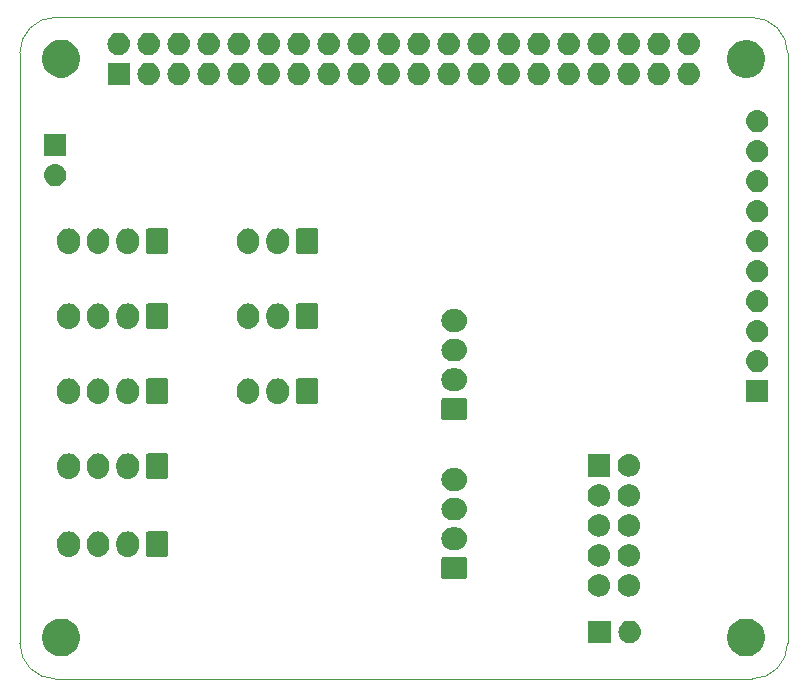
<source format=gbr>
G04 #@! TF.GenerationSoftware,KiCad,Pcbnew,(5.0.1)-3*
G04 #@! TF.CreationDate,2018-11-17T22:48:42-05:00*
G04 #@! TF.ProjectId,reef-piHat,726565662D70694861742E6B69636164,rev?*
G04 #@! TF.SameCoordinates,Original*
G04 #@! TF.FileFunction,Soldermask,Bot*
G04 #@! TF.FilePolarity,Negative*
%FSLAX46Y46*%
G04 Gerber Fmt 4.6, Leading zero omitted, Abs format (unit mm)*
G04 Created by KiCad (PCBNEW (5.0.1)-3) date 11/17/2018 10:48:42 PM*
%MOMM*%
%LPD*%
G01*
G04 APERTURE LIST*
%ADD10C,0.100000*%
G04 APERTURE END LIST*
D10*
X78546356Y-63817611D02*
X78546356Y-113817611D01*
X78546356Y-63817611D02*
G75*
G02X81546356Y-60817611I3000000J0D01*
G01*
X140546356Y-60817611D02*
X81546356Y-60817611D01*
X140546356Y-60817611D02*
G75*
G02X143546356Y-63817611I0J-3000000D01*
G01*
X143546356Y-113817611D02*
X143546356Y-63817611D01*
X81546356Y-116817611D02*
G75*
G02X78546356Y-113817611I0J3000000D01*
G01*
X81546356Y-116817611D02*
X140546356Y-116817611D01*
X143546351Y-113822847D02*
G75*
G02X140546356Y-116817611I-2999995J5236D01*
G01*
G36*
X82506703Y-111781486D02*
X82797883Y-111902097D01*
X83059944Y-112077201D01*
X83282799Y-112300056D01*
X83457903Y-112562117D01*
X83578514Y-112853297D01*
X83640000Y-113162412D01*
X83640000Y-113477588D01*
X83578514Y-113786703D01*
X83457903Y-114077883D01*
X83282799Y-114339944D01*
X83059944Y-114562799D01*
X82797883Y-114737903D01*
X82506703Y-114858514D01*
X82197588Y-114920000D01*
X81882412Y-114920000D01*
X81573297Y-114858514D01*
X81282117Y-114737903D01*
X81020056Y-114562799D01*
X80797201Y-114339944D01*
X80622097Y-114077883D01*
X80501486Y-113786703D01*
X80440000Y-113477588D01*
X80440000Y-113162412D01*
X80501486Y-112853297D01*
X80622097Y-112562117D01*
X80797201Y-112300056D01*
X81020056Y-112077201D01*
X81282117Y-111902097D01*
X81573297Y-111781486D01*
X81882412Y-111720000D01*
X82197588Y-111720000D01*
X82506703Y-111781486D01*
X82506703Y-111781486D01*
G37*
G36*
X140496703Y-111771486D02*
X140787883Y-111892097D01*
X141049944Y-112067201D01*
X141272799Y-112290056D01*
X141447903Y-112552117D01*
X141568514Y-112843297D01*
X141630000Y-113152412D01*
X141630000Y-113467588D01*
X141568514Y-113776703D01*
X141447903Y-114067883D01*
X141272799Y-114329944D01*
X141049944Y-114552799D01*
X140787883Y-114727903D01*
X140496703Y-114848514D01*
X140187588Y-114910000D01*
X139872412Y-114910000D01*
X139563297Y-114848514D01*
X139272117Y-114727903D01*
X139010056Y-114552799D01*
X138787201Y-114329944D01*
X138612097Y-114067883D01*
X138491486Y-113776703D01*
X138430000Y-113467588D01*
X138430000Y-113152412D01*
X138491486Y-112843297D01*
X138612097Y-112552117D01*
X138787201Y-112290056D01*
X139010056Y-112067201D01*
X139272117Y-111892097D01*
X139563297Y-111771486D01*
X139872412Y-111710000D01*
X140187588Y-111710000D01*
X140496703Y-111771486D01*
X140496703Y-111771486D01*
G37*
G36*
X128585000Y-113789500D02*
X126685000Y-113789500D01*
X126685000Y-111889500D01*
X128585000Y-111889500D01*
X128585000Y-113789500D01*
X128585000Y-113789500D01*
G37*
G36*
X130361232Y-111903246D02*
X130450770Y-111930407D01*
X130540309Y-111957568D01*
X130705347Y-112045783D01*
X130850001Y-112164499D01*
X130968717Y-112309153D01*
X131056932Y-112474191D01*
X131111254Y-112653269D01*
X131129596Y-112839500D01*
X131111254Y-113025731D01*
X131056932Y-113204809D01*
X130968717Y-113369847D01*
X130850001Y-113514501D01*
X130705347Y-113633217D01*
X130540309Y-113721432D01*
X130450770Y-113748593D01*
X130361232Y-113775754D01*
X130221666Y-113789500D01*
X130128334Y-113789500D01*
X129988768Y-113775754D01*
X129899230Y-113748593D01*
X129809691Y-113721432D01*
X129644653Y-113633217D01*
X129499999Y-113514501D01*
X129381283Y-113369847D01*
X129293068Y-113204809D01*
X129238746Y-113025731D01*
X129220404Y-112839500D01*
X129238746Y-112653269D01*
X129293068Y-112474191D01*
X129381283Y-112309153D01*
X129499999Y-112164499D01*
X129644653Y-112045783D01*
X129809691Y-111957568D01*
X129899230Y-111930407D01*
X129988768Y-111903246D01*
X130128334Y-111889500D01*
X130221666Y-111889500D01*
X130361232Y-111903246D01*
X130361232Y-111903246D01*
G37*
G36*
X127757732Y-107966246D02*
X127847270Y-107993407D01*
X127936809Y-108020568D01*
X128101847Y-108108783D01*
X128246501Y-108227499D01*
X128365217Y-108372153D01*
X128453432Y-108537191D01*
X128507754Y-108716269D01*
X128526096Y-108902500D01*
X128507754Y-109088731D01*
X128453432Y-109267809D01*
X128365217Y-109432847D01*
X128246501Y-109577501D01*
X128101847Y-109696217D01*
X127936809Y-109784432D01*
X127847270Y-109811593D01*
X127757732Y-109838754D01*
X127618166Y-109852500D01*
X127524834Y-109852500D01*
X127385268Y-109838754D01*
X127295730Y-109811593D01*
X127206191Y-109784432D01*
X127041153Y-109696217D01*
X126896499Y-109577501D01*
X126777783Y-109432847D01*
X126689568Y-109267809D01*
X126635246Y-109088731D01*
X126616904Y-108902500D01*
X126635246Y-108716269D01*
X126689568Y-108537191D01*
X126777783Y-108372153D01*
X126896499Y-108227499D01*
X127041153Y-108108783D01*
X127206191Y-108020568D01*
X127295730Y-107993407D01*
X127385268Y-107966246D01*
X127524834Y-107952500D01*
X127618166Y-107952500D01*
X127757732Y-107966246D01*
X127757732Y-107966246D01*
G37*
G36*
X130297732Y-107966246D02*
X130387270Y-107993407D01*
X130476809Y-108020568D01*
X130641847Y-108108783D01*
X130786501Y-108227499D01*
X130905217Y-108372153D01*
X130993432Y-108537191D01*
X131047754Y-108716269D01*
X131066096Y-108902500D01*
X131047754Y-109088731D01*
X130993432Y-109267809D01*
X130905217Y-109432847D01*
X130786501Y-109577501D01*
X130641847Y-109696217D01*
X130476809Y-109784432D01*
X130387270Y-109811593D01*
X130297732Y-109838754D01*
X130158166Y-109852500D01*
X130064834Y-109852500D01*
X129925268Y-109838754D01*
X129835730Y-109811593D01*
X129746191Y-109784432D01*
X129581153Y-109696217D01*
X129436499Y-109577501D01*
X129317783Y-109432847D01*
X129229568Y-109267809D01*
X129175246Y-109088731D01*
X129156904Y-108902500D01*
X129175246Y-108716269D01*
X129229568Y-108537191D01*
X129317783Y-108372153D01*
X129436499Y-108227499D01*
X129581153Y-108108783D01*
X129746191Y-108020568D01*
X129835730Y-107993407D01*
X129925268Y-107966246D01*
X130064834Y-107952500D01*
X130158166Y-107952500D01*
X130297732Y-107966246D01*
X130297732Y-107966246D01*
G37*
G36*
X116237001Y-106496266D02*
X116272753Y-106507111D01*
X116305698Y-106524721D01*
X116334578Y-106548422D01*
X116358279Y-106577302D01*
X116375889Y-106610247D01*
X116386734Y-106645999D01*
X116391000Y-106689316D01*
X116391000Y-108194684D01*
X116386734Y-108238001D01*
X116375889Y-108273753D01*
X116358279Y-108306698D01*
X116334578Y-108335578D01*
X116305698Y-108359279D01*
X116272753Y-108376889D01*
X116237001Y-108387734D01*
X116193684Y-108392000D01*
X114438316Y-108392000D01*
X114394999Y-108387734D01*
X114359247Y-108376889D01*
X114326302Y-108359279D01*
X114297422Y-108335578D01*
X114273721Y-108306698D01*
X114256111Y-108273753D01*
X114245266Y-108238001D01*
X114241000Y-108194684D01*
X114241000Y-106689316D01*
X114245266Y-106645999D01*
X114256111Y-106610247D01*
X114273721Y-106577302D01*
X114297422Y-106548422D01*
X114326302Y-106524721D01*
X114359247Y-106507111D01*
X114394999Y-106496266D01*
X114438316Y-106492000D01*
X116193684Y-106492000D01*
X116237001Y-106496266D01*
X116237001Y-106496266D01*
G37*
G36*
X130297732Y-105426246D02*
X130387270Y-105453407D01*
X130476809Y-105480568D01*
X130641847Y-105568783D01*
X130786501Y-105687499D01*
X130905217Y-105832153D01*
X130993432Y-105997191D01*
X130993432Y-105997192D01*
X131047754Y-106176268D01*
X131066096Y-106362500D01*
X131047785Y-106548422D01*
X131047754Y-106548731D01*
X130993432Y-106727809D01*
X130905217Y-106892847D01*
X130786501Y-107037501D01*
X130641847Y-107156217D01*
X130476809Y-107244432D01*
X130387270Y-107271593D01*
X130297732Y-107298754D01*
X130227948Y-107305627D01*
X130158166Y-107312500D01*
X130064834Y-107312500D01*
X129995052Y-107305627D01*
X129925268Y-107298754D01*
X129835730Y-107271593D01*
X129746191Y-107244432D01*
X129581153Y-107156217D01*
X129436499Y-107037501D01*
X129317783Y-106892847D01*
X129229568Y-106727809D01*
X129175246Y-106548731D01*
X129175216Y-106548422D01*
X129156904Y-106362500D01*
X129175246Y-106176268D01*
X129229568Y-105997192D01*
X129229568Y-105997191D01*
X129317783Y-105832153D01*
X129436499Y-105687499D01*
X129581153Y-105568783D01*
X129746191Y-105480568D01*
X129835730Y-105453407D01*
X129925268Y-105426246D01*
X130064834Y-105412500D01*
X130158166Y-105412500D01*
X130297732Y-105426246D01*
X130297732Y-105426246D01*
G37*
G36*
X127757732Y-105426246D02*
X127847270Y-105453407D01*
X127936809Y-105480568D01*
X128101847Y-105568783D01*
X128246501Y-105687499D01*
X128365217Y-105832153D01*
X128453432Y-105997191D01*
X128453432Y-105997192D01*
X128507754Y-106176268D01*
X128526096Y-106362500D01*
X128507785Y-106548422D01*
X128507754Y-106548731D01*
X128453432Y-106727809D01*
X128365217Y-106892847D01*
X128246501Y-107037501D01*
X128101847Y-107156217D01*
X127936809Y-107244432D01*
X127847270Y-107271593D01*
X127757732Y-107298754D01*
X127687948Y-107305627D01*
X127618166Y-107312500D01*
X127524834Y-107312500D01*
X127455052Y-107305627D01*
X127385268Y-107298754D01*
X127295730Y-107271593D01*
X127206191Y-107244432D01*
X127041153Y-107156217D01*
X126896499Y-107037501D01*
X126777783Y-106892847D01*
X126689568Y-106727809D01*
X126635246Y-106548731D01*
X126635216Y-106548422D01*
X126616904Y-106362500D01*
X126635246Y-106176268D01*
X126689568Y-105997192D01*
X126689568Y-105997191D01*
X126777783Y-105832153D01*
X126896499Y-105687499D01*
X127041153Y-105568783D01*
X127206191Y-105480568D01*
X127295730Y-105453407D01*
X127385268Y-105426246D01*
X127524834Y-105412500D01*
X127618166Y-105412500D01*
X127757732Y-105426246D01*
X127757732Y-105426246D01*
G37*
G36*
X87856232Y-104348746D02*
X87918784Y-104367721D01*
X88035309Y-104403068D01*
X88200347Y-104491283D01*
X88345001Y-104609999D01*
X88463717Y-104754653D01*
X88465909Y-104758754D01*
X88551932Y-104919692D01*
X88606254Y-105098769D01*
X88620000Y-105238336D01*
X88620000Y-105581665D01*
X88606254Y-105721232D01*
X88579093Y-105810770D01*
X88551932Y-105900309D01*
X88463717Y-106065347D01*
X88345001Y-106210001D01*
X88200347Y-106328717D01*
X88035308Y-106416932D01*
X87945769Y-106444093D01*
X87856231Y-106471254D01*
X87670000Y-106489596D01*
X87483768Y-106471254D01*
X87394230Y-106444093D01*
X87304691Y-106416932D01*
X87139653Y-106328717D01*
X86994999Y-106210001D01*
X86876283Y-106065347D01*
X86788068Y-105900308D01*
X86738141Y-105735718D01*
X86733746Y-105721231D01*
X86720000Y-105581664D01*
X86720000Y-105238335D01*
X86733746Y-105098768D01*
X86788068Y-104919692D01*
X86788068Y-104919691D01*
X86866744Y-104772500D01*
X86876282Y-104754655D01*
X86994999Y-104609999D01*
X87119911Y-104507486D01*
X87139654Y-104491283D01*
X87304692Y-104403068D01*
X87421217Y-104367721D01*
X87483769Y-104348746D01*
X87670000Y-104330404D01*
X87856232Y-104348746D01*
X87856232Y-104348746D01*
G37*
G36*
X82856232Y-104348746D02*
X82918784Y-104367721D01*
X83035309Y-104403068D01*
X83200347Y-104491283D01*
X83345001Y-104609999D01*
X83463717Y-104754653D01*
X83465909Y-104758754D01*
X83551932Y-104919692D01*
X83606254Y-105098769D01*
X83620000Y-105238336D01*
X83620000Y-105581665D01*
X83606254Y-105721232D01*
X83579093Y-105810770D01*
X83551932Y-105900309D01*
X83463717Y-106065347D01*
X83345001Y-106210001D01*
X83200347Y-106328717D01*
X83035308Y-106416932D01*
X82945769Y-106444093D01*
X82856231Y-106471254D01*
X82670000Y-106489596D01*
X82483768Y-106471254D01*
X82394230Y-106444093D01*
X82304691Y-106416932D01*
X82139653Y-106328717D01*
X81994999Y-106210001D01*
X81876283Y-106065347D01*
X81788068Y-105900308D01*
X81738141Y-105735718D01*
X81733746Y-105721231D01*
X81720000Y-105581664D01*
X81720000Y-105238335D01*
X81733746Y-105098768D01*
X81788068Y-104919692D01*
X81788068Y-104919691D01*
X81866744Y-104772500D01*
X81876282Y-104754655D01*
X81994999Y-104609999D01*
X82119911Y-104507486D01*
X82139654Y-104491283D01*
X82304692Y-104403068D01*
X82421217Y-104367721D01*
X82483769Y-104348746D01*
X82670000Y-104330404D01*
X82856232Y-104348746D01*
X82856232Y-104348746D01*
G37*
G36*
X85356232Y-104348746D02*
X85418784Y-104367721D01*
X85535309Y-104403068D01*
X85700347Y-104491283D01*
X85845001Y-104609999D01*
X85963717Y-104754653D01*
X85965909Y-104758754D01*
X86051932Y-104919692D01*
X86106254Y-105098769D01*
X86120000Y-105238336D01*
X86120000Y-105581665D01*
X86106254Y-105721232D01*
X86079093Y-105810770D01*
X86051932Y-105900309D01*
X85963717Y-106065347D01*
X85845001Y-106210001D01*
X85700347Y-106328717D01*
X85535308Y-106416932D01*
X85445769Y-106444093D01*
X85356231Y-106471254D01*
X85170000Y-106489596D01*
X84983768Y-106471254D01*
X84894230Y-106444093D01*
X84804691Y-106416932D01*
X84639653Y-106328717D01*
X84494999Y-106210001D01*
X84376283Y-106065347D01*
X84288068Y-105900308D01*
X84238141Y-105735718D01*
X84233746Y-105721231D01*
X84220000Y-105581664D01*
X84220000Y-105238335D01*
X84233746Y-105098768D01*
X84288068Y-104919692D01*
X84288068Y-104919691D01*
X84366744Y-104772500D01*
X84376282Y-104754655D01*
X84494999Y-104609999D01*
X84619911Y-104507486D01*
X84639654Y-104491283D01*
X84804692Y-104403068D01*
X84921217Y-104367721D01*
X84983769Y-104348746D01*
X85170000Y-104330404D01*
X85356232Y-104348746D01*
X85356232Y-104348746D01*
G37*
G36*
X90966001Y-104339266D02*
X91001753Y-104350111D01*
X91034698Y-104367721D01*
X91063578Y-104391422D01*
X91087279Y-104420302D01*
X91104889Y-104453247D01*
X91115734Y-104488999D01*
X91120000Y-104532316D01*
X91120000Y-106287684D01*
X91115734Y-106331001D01*
X91104889Y-106366753D01*
X91087279Y-106399698D01*
X91063578Y-106428578D01*
X91034698Y-106452279D01*
X91001753Y-106469889D01*
X90966001Y-106480734D01*
X90922684Y-106485000D01*
X89417316Y-106485000D01*
X89373999Y-106480734D01*
X89338247Y-106469889D01*
X89305302Y-106452279D01*
X89276422Y-106428578D01*
X89252721Y-106399698D01*
X89235111Y-106366753D01*
X89224266Y-106331001D01*
X89220000Y-106287684D01*
X89220000Y-104532316D01*
X89224266Y-104488999D01*
X89235111Y-104453247D01*
X89252721Y-104420302D01*
X89276422Y-104391422D01*
X89305302Y-104367721D01*
X89338247Y-104350111D01*
X89373999Y-104339266D01*
X89417316Y-104335000D01*
X90922684Y-104335000D01*
X90966001Y-104339266D01*
X90966001Y-104339266D01*
G37*
G36*
X115557448Y-103998873D02*
X115627232Y-104005746D01*
X115716770Y-104032907D01*
X115806309Y-104060068D01*
X115971347Y-104148283D01*
X116116001Y-104266999D01*
X116234717Y-104411653D01*
X116322932Y-104576691D01*
X116322932Y-104576692D01*
X116376917Y-104754656D01*
X116377254Y-104755769D01*
X116395596Y-104942000D01*
X116377254Y-105128231D01*
X116322932Y-105307309D01*
X116234717Y-105472347D01*
X116116001Y-105617001D01*
X115971347Y-105735717D01*
X115806309Y-105823932D01*
X115716770Y-105851093D01*
X115627232Y-105878254D01*
X115557448Y-105885127D01*
X115487666Y-105892000D01*
X115144334Y-105892000D01*
X115074552Y-105885127D01*
X115004768Y-105878254D01*
X114915230Y-105851093D01*
X114825691Y-105823932D01*
X114660653Y-105735717D01*
X114515999Y-105617001D01*
X114397283Y-105472347D01*
X114309068Y-105307309D01*
X114254746Y-105128231D01*
X114236404Y-104942000D01*
X114254746Y-104755769D01*
X114255084Y-104754656D01*
X114309068Y-104576692D01*
X114309068Y-104576691D01*
X114397283Y-104411653D01*
X114515999Y-104266999D01*
X114660653Y-104148283D01*
X114825691Y-104060068D01*
X114915230Y-104032907D01*
X115004768Y-104005746D01*
X115074552Y-103998873D01*
X115144334Y-103992000D01*
X115487666Y-103992000D01*
X115557448Y-103998873D01*
X115557448Y-103998873D01*
G37*
G36*
X127757732Y-102886246D02*
X127847270Y-102913407D01*
X127936809Y-102940568D01*
X128101847Y-103028783D01*
X128246501Y-103147499D01*
X128365217Y-103292153D01*
X128453432Y-103457191D01*
X128507754Y-103636269D01*
X128526096Y-103822500D01*
X128507754Y-104008731D01*
X128453432Y-104187809D01*
X128365217Y-104352847D01*
X128246501Y-104497501D01*
X128101847Y-104616217D01*
X127936809Y-104704432D01*
X127847270Y-104731593D01*
X127757732Y-104758754D01*
X127618166Y-104772500D01*
X127524834Y-104772500D01*
X127385268Y-104758754D01*
X127295730Y-104731593D01*
X127206191Y-104704432D01*
X127041153Y-104616217D01*
X126896499Y-104497501D01*
X126777783Y-104352847D01*
X126689568Y-104187809D01*
X126635246Y-104008731D01*
X126616904Y-103822500D01*
X126635246Y-103636269D01*
X126689568Y-103457191D01*
X126777783Y-103292153D01*
X126896499Y-103147499D01*
X127041153Y-103028783D01*
X127206191Y-102940568D01*
X127295730Y-102913407D01*
X127385268Y-102886246D01*
X127524834Y-102872500D01*
X127618166Y-102872500D01*
X127757732Y-102886246D01*
X127757732Y-102886246D01*
G37*
G36*
X130297732Y-102886246D02*
X130387270Y-102913407D01*
X130476809Y-102940568D01*
X130641847Y-103028783D01*
X130786501Y-103147499D01*
X130905217Y-103292153D01*
X130993432Y-103457191D01*
X131047754Y-103636269D01*
X131066096Y-103822500D01*
X131047754Y-104008731D01*
X130993432Y-104187809D01*
X130905217Y-104352847D01*
X130786501Y-104497501D01*
X130641847Y-104616217D01*
X130476809Y-104704432D01*
X130387270Y-104731593D01*
X130297732Y-104758754D01*
X130158166Y-104772500D01*
X130064834Y-104772500D01*
X129925268Y-104758754D01*
X129835730Y-104731593D01*
X129746191Y-104704432D01*
X129581153Y-104616217D01*
X129436499Y-104497501D01*
X129317783Y-104352847D01*
X129229568Y-104187809D01*
X129175246Y-104008731D01*
X129156904Y-103822500D01*
X129175246Y-103636269D01*
X129229568Y-103457191D01*
X129317783Y-103292153D01*
X129436499Y-103147499D01*
X129581153Y-103028783D01*
X129746191Y-102940568D01*
X129835730Y-102913407D01*
X129925268Y-102886246D01*
X130064834Y-102872500D01*
X130158166Y-102872500D01*
X130297732Y-102886246D01*
X130297732Y-102886246D01*
G37*
G36*
X115627232Y-101505746D02*
X115716770Y-101532907D01*
X115806309Y-101560068D01*
X115971347Y-101648283D01*
X116116001Y-101766999D01*
X116234717Y-101911653D01*
X116322932Y-102076691D01*
X116377254Y-102255769D01*
X116395596Y-102442000D01*
X116377254Y-102628231D01*
X116322932Y-102807309D01*
X116234717Y-102972347D01*
X116116001Y-103117001D01*
X115971347Y-103235717D01*
X115806309Y-103323932D01*
X115716770Y-103351093D01*
X115627232Y-103378254D01*
X115487666Y-103392000D01*
X115144334Y-103392000D01*
X115004768Y-103378254D01*
X114915230Y-103351093D01*
X114825691Y-103323932D01*
X114660653Y-103235717D01*
X114515999Y-103117001D01*
X114397283Y-102972347D01*
X114309068Y-102807309D01*
X114254746Y-102628231D01*
X114236404Y-102442000D01*
X114254746Y-102255769D01*
X114309068Y-102076691D01*
X114397283Y-101911653D01*
X114515999Y-101766999D01*
X114660653Y-101648283D01*
X114825691Y-101560068D01*
X114915230Y-101532907D01*
X115004768Y-101505746D01*
X115144334Y-101492000D01*
X115487666Y-101492000D01*
X115627232Y-101505746D01*
X115627232Y-101505746D01*
G37*
G36*
X127757732Y-100346246D02*
X127847270Y-100373407D01*
X127936809Y-100400568D01*
X128101847Y-100488783D01*
X128246501Y-100607499D01*
X128365217Y-100752153D01*
X128453432Y-100917191D01*
X128507754Y-101096269D01*
X128526096Y-101282500D01*
X128507754Y-101468731D01*
X128453432Y-101647809D01*
X128365217Y-101812847D01*
X128246501Y-101957501D01*
X128101847Y-102076217D01*
X127936809Y-102164432D01*
X127847270Y-102191593D01*
X127757732Y-102218754D01*
X127687948Y-102225627D01*
X127618166Y-102232500D01*
X127524834Y-102232500D01*
X127385268Y-102218754D01*
X127295730Y-102191593D01*
X127206191Y-102164432D01*
X127041153Y-102076217D01*
X126896499Y-101957501D01*
X126777783Y-101812847D01*
X126689568Y-101647809D01*
X126635246Y-101468731D01*
X126616904Y-101282500D01*
X126635246Y-101096269D01*
X126689568Y-100917191D01*
X126777783Y-100752153D01*
X126896499Y-100607499D01*
X127041153Y-100488783D01*
X127206191Y-100400568D01*
X127295730Y-100373407D01*
X127385268Y-100346246D01*
X127455052Y-100339373D01*
X127524834Y-100332500D01*
X127618166Y-100332500D01*
X127757732Y-100346246D01*
X127757732Y-100346246D01*
G37*
G36*
X130297732Y-100346246D02*
X130387270Y-100373407D01*
X130476809Y-100400568D01*
X130641847Y-100488783D01*
X130786501Y-100607499D01*
X130905217Y-100752153D01*
X130993432Y-100917191D01*
X131047754Y-101096269D01*
X131066096Y-101282500D01*
X131047754Y-101468731D01*
X130993432Y-101647809D01*
X130905217Y-101812847D01*
X130786501Y-101957501D01*
X130641847Y-102076217D01*
X130476809Y-102164432D01*
X130387270Y-102191593D01*
X130297732Y-102218754D01*
X130227948Y-102225627D01*
X130158166Y-102232500D01*
X130064834Y-102232500D01*
X129925268Y-102218754D01*
X129835730Y-102191593D01*
X129746191Y-102164432D01*
X129581153Y-102076217D01*
X129436499Y-101957501D01*
X129317783Y-101812847D01*
X129229568Y-101647809D01*
X129175246Y-101468731D01*
X129156904Y-101282500D01*
X129175246Y-101096269D01*
X129229568Y-100917191D01*
X129317783Y-100752153D01*
X129436499Y-100607499D01*
X129581153Y-100488783D01*
X129746191Y-100400568D01*
X129835730Y-100373407D01*
X129925268Y-100346246D01*
X129995052Y-100339373D01*
X130064834Y-100332500D01*
X130158166Y-100332500D01*
X130297732Y-100346246D01*
X130297732Y-100346246D01*
G37*
G36*
X115627232Y-99005746D02*
X115716770Y-99032907D01*
X115806309Y-99060068D01*
X115971347Y-99148283D01*
X116116001Y-99266999D01*
X116234717Y-99411653D01*
X116322932Y-99576691D01*
X116322932Y-99576692D01*
X116368528Y-99727001D01*
X116377254Y-99755769D01*
X116395596Y-99942000D01*
X116377254Y-100128231D01*
X116322932Y-100307309D01*
X116234717Y-100472347D01*
X116116001Y-100617001D01*
X115971347Y-100735717D01*
X115806309Y-100823932D01*
X115716770Y-100851093D01*
X115627232Y-100878254D01*
X115487666Y-100892000D01*
X115144334Y-100892000D01*
X115004768Y-100878254D01*
X114915230Y-100851093D01*
X114825691Y-100823932D01*
X114660653Y-100735717D01*
X114515999Y-100617001D01*
X114397283Y-100472347D01*
X114309068Y-100307309D01*
X114254746Y-100128231D01*
X114236404Y-99942000D01*
X114254746Y-99755769D01*
X114263473Y-99727001D01*
X114309068Y-99576692D01*
X114309068Y-99576691D01*
X114397283Y-99411653D01*
X114515999Y-99266999D01*
X114660653Y-99148283D01*
X114825691Y-99060068D01*
X114915230Y-99032907D01*
X115004768Y-99005746D01*
X115074552Y-98998873D01*
X115144334Y-98992000D01*
X115487666Y-98992000D01*
X115627232Y-99005746D01*
X115627232Y-99005746D01*
G37*
G36*
X82856232Y-97744746D02*
X82918784Y-97763721D01*
X83035309Y-97799068D01*
X83200347Y-97887283D01*
X83345001Y-98005999D01*
X83463717Y-98150653D01*
X83463718Y-98150655D01*
X83551932Y-98315692D01*
X83606254Y-98494768D01*
X83606254Y-98494770D01*
X83620000Y-98634335D01*
X83620000Y-98977666D01*
X83606254Y-99117231D01*
X83551932Y-99296309D01*
X83463717Y-99461347D01*
X83345001Y-99606001D01*
X83200347Y-99724717D01*
X83035308Y-99812932D01*
X82945769Y-99840093D01*
X82856231Y-99867254D01*
X82670000Y-99885596D01*
X82483768Y-99867254D01*
X82394230Y-99840093D01*
X82304691Y-99812932D01*
X82139653Y-99724717D01*
X81994999Y-99606001D01*
X81876283Y-99461347D01*
X81788068Y-99296308D01*
X81743165Y-99148282D01*
X81733746Y-99117231D01*
X81720000Y-98977664D01*
X81720000Y-98634335D01*
X81733746Y-98494768D01*
X81769412Y-98377192D01*
X81788068Y-98315691D01*
X81843411Y-98212153D01*
X81876282Y-98150655D01*
X81994999Y-98005999D01*
X82119911Y-97903486D01*
X82139654Y-97887283D01*
X82304692Y-97799068D01*
X82421217Y-97763721D01*
X82483769Y-97744746D01*
X82670000Y-97726404D01*
X82856232Y-97744746D01*
X82856232Y-97744746D01*
G37*
G36*
X85356232Y-97744746D02*
X85418784Y-97763721D01*
X85535309Y-97799068D01*
X85700347Y-97887283D01*
X85845001Y-98005999D01*
X85963717Y-98150653D01*
X85963718Y-98150655D01*
X86051932Y-98315692D01*
X86106254Y-98494768D01*
X86106254Y-98494770D01*
X86120000Y-98634335D01*
X86120000Y-98977666D01*
X86106254Y-99117231D01*
X86051932Y-99296309D01*
X85963717Y-99461347D01*
X85845001Y-99606001D01*
X85700347Y-99724717D01*
X85535308Y-99812932D01*
X85445769Y-99840093D01*
X85356231Y-99867254D01*
X85170000Y-99885596D01*
X84983768Y-99867254D01*
X84894230Y-99840093D01*
X84804691Y-99812932D01*
X84639653Y-99724717D01*
X84494999Y-99606001D01*
X84376283Y-99461347D01*
X84288068Y-99296308D01*
X84243165Y-99148282D01*
X84233746Y-99117231D01*
X84220000Y-98977664D01*
X84220000Y-98634335D01*
X84233746Y-98494768D01*
X84269412Y-98377192D01*
X84288068Y-98315691D01*
X84343411Y-98212153D01*
X84376282Y-98150655D01*
X84494999Y-98005999D01*
X84619911Y-97903486D01*
X84639654Y-97887283D01*
X84804692Y-97799068D01*
X84921217Y-97763721D01*
X84983769Y-97744746D01*
X85170000Y-97726404D01*
X85356232Y-97744746D01*
X85356232Y-97744746D01*
G37*
G36*
X87856232Y-97744746D02*
X87918784Y-97763721D01*
X88035309Y-97799068D01*
X88200347Y-97887283D01*
X88345001Y-98005999D01*
X88463717Y-98150653D01*
X88463718Y-98150655D01*
X88551932Y-98315692D01*
X88606254Y-98494768D01*
X88606254Y-98494770D01*
X88620000Y-98634335D01*
X88620000Y-98977666D01*
X88606254Y-99117231D01*
X88551932Y-99296309D01*
X88463717Y-99461347D01*
X88345001Y-99606001D01*
X88200347Y-99724717D01*
X88035308Y-99812932D01*
X87945769Y-99840093D01*
X87856231Y-99867254D01*
X87670000Y-99885596D01*
X87483768Y-99867254D01*
X87394230Y-99840093D01*
X87304691Y-99812932D01*
X87139653Y-99724717D01*
X86994999Y-99606001D01*
X86876283Y-99461347D01*
X86788068Y-99296308D01*
X86743165Y-99148282D01*
X86733746Y-99117231D01*
X86720000Y-98977664D01*
X86720000Y-98634335D01*
X86733746Y-98494768D01*
X86769412Y-98377192D01*
X86788068Y-98315691D01*
X86843411Y-98212153D01*
X86876282Y-98150655D01*
X86994999Y-98005999D01*
X87119911Y-97903486D01*
X87139654Y-97887283D01*
X87304692Y-97799068D01*
X87421217Y-97763721D01*
X87483769Y-97744746D01*
X87670000Y-97726404D01*
X87856232Y-97744746D01*
X87856232Y-97744746D01*
G37*
G36*
X90966001Y-97735266D02*
X91001753Y-97746111D01*
X91034698Y-97763721D01*
X91063578Y-97787422D01*
X91087279Y-97816302D01*
X91104889Y-97849247D01*
X91115734Y-97884999D01*
X91120000Y-97928316D01*
X91120000Y-99683684D01*
X91115734Y-99727001D01*
X91104889Y-99762753D01*
X91087279Y-99795698D01*
X91063578Y-99824578D01*
X91034698Y-99848279D01*
X91001753Y-99865889D01*
X90966001Y-99876734D01*
X90922684Y-99881000D01*
X89417316Y-99881000D01*
X89373999Y-99876734D01*
X89338247Y-99865889D01*
X89305302Y-99848279D01*
X89276422Y-99824578D01*
X89252721Y-99795698D01*
X89235111Y-99762753D01*
X89224266Y-99727001D01*
X89220000Y-99683684D01*
X89220000Y-97928316D01*
X89224266Y-97884999D01*
X89235111Y-97849247D01*
X89252721Y-97816302D01*
X89276422Y-97787422D01*
X89305302Y-97763721D01*
X89338247Y-97746111D01*
X89373999Y-97735266D01*
X89417316Y-97731000D01*
X90922684Y-97731000D01*
X90966001Y-97735266D01*
X90966001Y-97735266D01*
G37*
G36*
X128521500Y-99692500D02*
X126621500Y-99692500D01*
X126621500Y-97792500D01*
X128521500Y-97792500D01*
X128521500Y-99692500D01*
X128521500Y-99692500D01*
G37*
G36*
X130224852Y-97799068D02*
X130297732Y-97806246D01*
X130330882Y-97816302D01*
X130476809Y-97860568D01*
X130641847Y-97948783D01*
X130786501Y-98067499D01*
X130905217Y-98212153D01*
X130993432Y-98377191D01*
X130993432Y-98377192D01*
X131029099Y-98494769D01*
X131047754Y-98556269D01*
X131066096Y-98742500D01*
X131047754Y-98928731D01*
X130993432Y-99107809D01*
X130905217Y-99272847D01*
X130786501Y-99417501D01*
X130641847Y-99536217D01*
X130476809Y-99624432D01*
X130387270Y-99651593D01*
X130297732Y-99678754D01*
X130247676Y-99683684D01*
X130158166Y-99692500D01*
X130064834Y-99692500D01*
X129975324Y-99683684D01*
X129925268Y-99678754D01*
X129835730Y-99651593D01*
X129746191Y-99624432D01*
X129581153Y-99536217D01*
X129436499Y-99417501D01*
X129317783Y-99272847D01*
X129229568Y-99107809D01*
X129175246Y-98928731D01*
X129156904Y-98742500D01*
X129175246Y-98556269D01*
X129193902Y-98494769D01*
X129229568Y-98377192D01*
X129229568Y-98377191D01*
X129317783Y-98212153D01*
X129436499Y-98067499D01*
X129581153Y-97948783D01*
X129746191Y-97860568D01*
X129892118Y-97816302D01*
X129925268Y-97806246D01*
X129998148Y-97799068D01*
X130064834Y-97792500D01*
X130158166Y-97792500D01*
X130224852Y-97799068D01*
X130224852Y-97799068D01*
G37*
G36*
X116237001Y-93034266D02*
X116272753Y-93045111D01*
X116305698Y-93062721D01*
X116334578Y-93086422D01*
X116358279Y-93115302D01*
X116375889Y-93148247D01*
X116386734Y-93183999D01*
X116391000Y-93227316D01*
X116391000Y-94732684D01*
X116386734Y-94776001D01*
X116375889Y-94811753D01*
X116358279Y-94844698D01*
X116334578Y-94873578D01*
X116305698Y-94897279D01*
X116272753Y-94914889D01*
X116237001Y-94925734D01*
X116193684Y-94930000D01*
X114438316Y-94930000D01*
X114394999Y-94925734D01*
X114359247Y-94914889D01*
X114326302Y-94897279D01*
X114297422Y-94873578D01*
X114273721Y-94844698D01*
X114256111Y-94811753D01*
X114245266Y-94776001D01*
X114241000Y-94732684D01*
X114241000Y-93227316D01*
X114245266Y-93183999D01*
X114256111Y-93148247D01*
X114273721Y-93115302D01*
X114297422Y-93086422D01*
X114326302Y-93062721D01*
X114359247Y-93045111D01*
X114394999Y-93034266D01*
X114438316Y-93030000D01*
X116193684Y-93030000D01*
X116237001Y-93034266D01*
X116237001Y-93034266D01*
G37*
G36*
X85356232Y-91394746D02*
X85418784Y-91413721D01*
X85535309Y-91449068D01*
X85700347Y-91537283D01*
X85845001Y-91655999D01*
X85963717Y-91800653D01*
X85987586Y-91845309D01*
X86051932Y-91965692D01*
X86106254Y-92144768D01*
X86106254Y-92144770D01*
X86120000Y-92284335D01*
X86120000Y-92627666D01*
X86106254Y-92767231D01*
X86051932Y-92946309D01*
X85963717Y-93111347D01*
X85845001Y-93256001D01*
X85700347Y-93374717D01*
X85535308Y-93462932D01*
X85445769Y-93490093D01*
X85356231Y-93517254D01*
X85170000Y-93535596D01*
X84983768Y-93517254D01*
X84894230Y-93490093D01*
X84804691Y-93462932D01*
X84639653Y-93374717D01*
X84494999Y-93256001D01*
X84376283Y-93111347D01*
X84288068Y-92946308D01*
X84260907Y-92856769D01*
X84233746Y-92767231D01*
X84220000Y-92627664D01*
X84220000Y-92284335D01*
X84233746Y-92144768D01*
X84288068Y-91965692D01*
X84288068Y-91965691D01*
X84352415Y-91845308D01*
X84376282Y-91800655D01*
X84494999Y-91655999D01*
X84619911Y-91553486D01*
X84639654Y-91537283D01*
X84804692Y-91449068D01*
X84921217Y-91413721D01*
X84983769Y-91394746D01*
X85170000Y-91376404D01*
X85356232Y-91394746D01*
X85356232Y-91394746D01*
G37*
G36*
X87856232Y-91394746D02*
X87918784Y-91413721D01*
X88035309Y-91449068D01*
X88200347Y-91537283D01*
X88345001Y-91655999D01*
X88463717Y-91800653D01*
X88487586Y-91845309D01*
X88551932Y-91965692D01*
X88606254Y-92144768D01*
X88606254Y-92144770D01*
X88620000Y-92284335D01*
X88620000Y-92627666D01*
X88606254Y-92767231D01*
X88551932Y-92946309D01*
X88463717Y-93111347D01*
X88345001Y-93256001D01*
X88200347Y-93374717D01*
X88035308Y-93462932D01*
X87945769Y-93490093D01*
X87856231Y-93517254D01*
X87670000Y-93535596D01*
X87483768Y-93517254D01*
X87394230Y-93490093D01*
X87304691Y-93462932D01*
X87139653Y-93374717D01*
X86994999Y-93256001D01*
X86876283Y-93111347D01*
X86788068Y-92946308D01*
X86760907Y-92856769D01*
X86733746Y-92767231D01*
X86720000Y-92627664D01*
X86720000Y-92284335D01*
X86733746Y-92144768D01*
X86788068Y-91965692D01*
X86788068Y-91965691D01*
X86852415Y-91845308D01*
X86876282Y-91800655D01*
X86994999Y-91655999D01*
X87119911Y-91553486D01*
X87139654Y-91537283D01*
X87304692Y-91449068D01*
X87421217Y-91413721D01*
X87483769Y-91394746D01*
X87670000Y-91376404D01*
X87856232Y-91394746D01*
X87856232Y-91394746D01*
G37*
G36*
X98056232Y-91394746D02*
X98118784Y-91413721D01*
X98235309Y-91449068D01*
X98400347Y-91537283D01*
X98545001Y-91655999D01*
X98663717Y-91800653D01*
X98687586Y-91845309D01*
X98751932Y-91965692D01*
X98806254Y-92144768D01*
X98806254Y-92144770D01*
X98820000Y-92284335D01*
X98820000Y-92627666D01*
X98806254Y-92767231D01*
X98751932Y-92946309D01*
X98663717Y-93111347D01*
X98545001Y-93256001D01*
X98400347Y-93374717D01*
X98235308Y-93462932D01*
X98145769Y-93490093D01*
X98056231Y-93517254D01*
X97870000Y-93535596D01*
X97683768Y-93517254D01*
X97594230Y-93490093D01*
X97504691Y-93462932D01*
X97339653Y-93374717D01*
X97194999Y-93256001D01*
X97076283Y-93111347D01*
X96988068Y-92946308D01*
X96960907Y-92856769D01*
X96933746Y-92767231D01*
X96920000Y-92627664D01*
X96920000Y-92284335D01*
X96933746Y-92144768D01*
X96988068Y-91965692D01*
X96988068Y-91965691D01*
X97052415Y-91845308D01*
X97076282Y-91800655D01*
X97194999Y-91655999D01*
X97319911Y-91553486D01*
X97339654Y-91537283D01*
X97504692Y-91449068D01*
X97621217Y-91413721D01*
X97683769Y-91394746D01*
X97870000Y-91376404D01*
X98056232Y-91394746D01*
X98056232Y-91394746D01*
G37*
G36*
X100556232Y-91394746D02*
X100618784Y-91413721D01*
X100735309Y-91449068D01*
X100900347Y-91537283D01*
X101045001Y-91655999D01*
X101163717Y-91800653D01*
X101187586Y-91845309D01*
X101251932Y-91965692D01*
X101306254Y-92144768D01*
X101306254Y-92144770D01*
X101320000Y-92284335D01*
X101320000Y-92627666D01*
X101306254Y-92767231D01*
X101251932Y-92946309D01*
X101163717Y-93111347D01*
X101045001Y-93256001D01*
X100900347Y-93374717D01*
X100735308Y-93462932D01*
X100645769Y-93490093D01*
X100556231Y-93517254D01*
X100370000Y-93535596D01*
X100183768Y-93517254D01*
X100094230Y-93490093D01*
X100004691Y-93462932D01*
X99839653Y-93374717D01*
X99694999Y-93256001D01*
X99576283Y-93111347D01*
X99488068Y-92946308D01*
X99460907Y-92856769D01*
X99433746Y-92767231D01*
X99420000Y-92627664D01*
X99420000Y-92284335D01*
X99433746Y-92144768D01*
X99488068Y-91965692D01*
X99488068Y-91965691D01*
X99552415Y-91845308D01*
X99576282Y-91800655D01*
X99694999Y-91655999D01*
X99819911Y-91553486D01*
X99839654Y-91537283D01*
X100004692Y-91449068D01*
X100121217Y-91413721D01*
X100183769Y-91394746D01*
X100370000Y-91376404D01*
X100556232Y-91394746D01*
X100556232Y-91394746D01*
G37*
G36*
X82856232Y-91394746D02*
X82918784Y-91413721D01*
X83035309Y-91449068D01*
X83200347Y-91537283D01*
X83345001Y-91655999D01*
X83463717Y-91800653D01*
X83487586Y-91845309D01*
X83551932Y-91965692D01*
X83606254Y-92144768D01*
X83606254Y-92144770D01*
X83620000Y-92284335D01*
X83620000Y-92627666D01*
X83606254Y-92767231D01*
X83551932Y-92946309D01*
X83463717Y-93111347D01*
X83345001Y-93256001D01*
X83200347Y-93374717D01*
X83035308Y-93462932D01*
X82945769Y-93490093D01*
X82856231Y-93517254D01*
X82670000Y-93535596D01*
X82483768Y-93517254D01*
X82394230Y-93490093D01*
X82304691Y-93462932D01*
X82139653Y-93374717D01*
X81994999Y-93256001D01*
X81876283Y-93111347D01*
X81788068Y-92946308D01*
X81760907Y-92856769D01*
X81733746Y-92767231D01*
X81720000Y-92627664D01*
X81720000Y-92284335D01*
X81733746Y-92144768D01*
X81788068Y-91965692D01*
X81788068Y-91965691D01*
X81852415Y-91845308D01*
X81876282Y-91800655D01*
X81994999Y-91655999D01*
X82119911Y-91553486D01*
X82139654Y-91537283D01*
X82304692Y-91449068D01*
X82421217Y-91413721D01*
X82483769Y-91394746D01*
X82670000Y-91376404D01*
X82856232Y-91394746D01*
X82856232Y-91394746D01*
G37*
G36*
X90966001Y-91385266D02*
X91001753Y-91396111D01*
X91034698Y-91413721D01*
X91063578Y-91437422D01*
X91087279Y-91466302D01*
X91104889Y-91499247D01*
X91115734Y-91534999D01*
X91120000Y-91578316D01*
X91120000Y-93333684D01*
X91115734Y-93377001D01*
X91104889Y-93412753D01*
X91087279Y-93445698D01*
X91063578Y-93474578D01*
X91034698Y-93498279D01*
X91001753Y-93515889D01*
X90966001Y-93526734D01*
X90922684Y-93531000D01*
X89417316Y-93531000D01*
X89373999Y-93526734D01*
X89338247Y-93515889D01*
X89305302Y-93498279D01*
X89276422Y-93474578D01*
X89252721Y-93445698D01*
X89235111Y-93412753D01*
X89224266Y-93377001D01*
X89220000Y-93333684D01*
X89220000Y-91578316D01*
X89224266Y-91534999D01*
X89235111Y-91499247D01*
X89252721Y-91466302D01*
X89276422Y-91437422D01*
X89305302Y-91413721D01*
X89338247Y-91396111D01*
X89373999Y-91385266D01*
X89417316Y-91381000D01*
X90922684Y-91381000D01*
X90966001Y-91385266D01*
X90966001Y-91385266D01*
G37*
G36*
X103666001Y-91385266D02*
X103701753Y-91396111D01*
X103734698Y-91413721D01*
X103763578Y-91437422D01*
X103787279Y-91466302D01*
X103804889Y-91499247D01*
X103815734Y-91534999D01*
X103820000Y-91578316D01*
X103820000Y-93333684D01*
X103815734Y-93377001D01*
X103804889Y-93412753D01*
X103787279Y-93445698D01*
X103763578Y-93474578D01*
X103734698Y-93498279D01*
X103701753Y-93515889D01*
X103666001Y-93526734D01*
X103622684Y-93531000D01*
X102117316Y-93531000D01*
X102073999Y-93526734D01*
X102038247Y-93515889D01*
X102005302Y-93498279D01*
X101976422Y-93474578D01*
X101952721Y-93445698D01*
X101935111Y-93412753D01*
X101924266Y-93377001D01*
X101920000Y-93333684D01*
X101920000Y-91578316D01*
X101924266Y-91534999D01*
X101935111Y-91499247D01*
X101952721Y-91466302D01*
X101976422Y-91437422D01*
X102005302Y-91413721D01*
X102038247Y-91396111D01*
X102073999Y-91385266D01*
X102117316Y-91381000D01*
X103622684Y-91381000D01*
X103666001Y-91385266D01*
X103666001Y-91385266D01*
G37*
G36*
X141920000Y-93406000D02*
X140020000Y-93406000D01*
X140020000Y-91506000D01*
X141920000Y-91506000D01*
X141920000Y-93406000D01*
X141920000Y-93406000D01*
G37*
G36*
X115627232Y-90543746D02*
X115716770Y-90570907D01*
X115806309Y-90598068D01*
X115971347Y-90686283D01*
X116116001Y-90804999D01*
X116234717Y-90949653D01*
X116322932Y-91114691D01*
X116322932Y-91114692D01*
X116377254Y-91293768D01*
X116393906Y-91462838D01*
X116395596Y-91480000D01*
X116377254Y-91666231D01*
X116322932Y-91845309D01*
X116234717Y-92010347D01*
X116116001Y-92155001D01*
X115971347Y-92273717D01*
X115806309Y-92361932D01*
X115716770Y-92389093D01*
X115627232Y-92416254D01*
X115487666Y-92430000D01*
X115144334Y-92430000D01*
X115004768Y-92416254D01*
X114915230Y-92389093D01*
X114825691Y-92361932D01*
X114660653Y-92273717D01*
X114515999Y-92155001D01*
X114397283Y-92010347D01*
X114309068Y-91845309D01*
X114254746Y-91666231D01*
X114236404Y-91480000D01*
X114238094Y-91462838D01*
X114254746Y-91293768D01*
X114309068Y-91114692D01*
X114309068Y-91114691D01*
X114397283Y-90949653D01*
X114515999Y-90804999D01*
X114660653Y-90686283D01*
X114825691Y-90598068D01*
X114915230Y-90570907D01*
X115004768Y-90543746D01*
X115144334Y-90530000D01*
X115487666Y-90530000D01*
X115627232Y-90543746D01*
X115627232Y-90543746D01*
G37*
G36*
X141086448Y-88972873D02*
X141156232Y-88979746D01*
X141245770Y-89006907D01*
X141335309Y-89034068D01*
X141500347Y-89122283D01*
X141645001Y-89240999D01*
X141763717Y-89385653D01*
X141851932Y-89550691D01*
X141851932Y-89550692D01*
X141906254Y-89729768D01*
X141910583Y-89773718D01*
X141924596Y-89916000D01*
X141906254Y-90102231D01*
X141851932Y-90281309D01*
X141763717Y-90446347D01*
X141645001Y-90591001D01*
X141500347Y-90709717D01*
X141335309Y-90797932D01*
X141245770Y-90825093D01*
X141156232Y-90852254D01*
X141086448Y-90859127D01*
X141016666Y-90866000D01*
X140923334Y-90866000D01*
X140853552Y-90859127D01*
X140783768Y-90852254D01*
X140694230Y-90825093D01*
X140604691Y-90797932D01*
X140439653Y-90709717D01*
X140294999Y-90591001D01*
X140176283Y-90446347D01*
X140088068Y-90281309D01*
X140033746Y-90102231D01*
X140015404Y-89916000D01*
X140029417Y-89773718D01*
X140033746Y-89729768D01*
X140088068Y-89550692D01*
X140088068Y-89550691D01*
X140176283Y-89385653D01*
X140294999Y-89240999D01*
X140439653Y-89122283D01*
X140604691Y-89034068D01*
X140694230Y-89006907D01*
X140783768Y-88979746D01*
X140853552Y-88972873D01*
X140923334Y-88966000D01*
X141016666Y-88966000D01*
X141086448Y-88972873D01*
X141086448Y-88972873D01*
G37*
G36*
X115557448Y-88036873D02*
X115627232Y-88043746D01*
X115716770Y-88070907D01*
X115806309Y-88098068D01*
X115971347Y-88186283D01*
X116116001Y-88304999D01*
X116234717Y-88449653D01*
X116322932Y-88614691D01*
X116322932Y-88614692D01*
X116377254Y-88793768D01*
X116395596Y-88980000D01*
X116381583Y-89122283D01*
X116377254Y-89166231D01*
X116322932Y-89345309D01*
X116234717Y-89510347D01*
X116116001Y-89655001D01*
X115971347Y-89773717D01*
X115806309Y-89861932D01*
X115716770Y-89889093D01*
X115627232Y-89916254D01*
X115557448Y-89923127D01*
X115487666Y-89930000D01*
X115144334Y-89930000D01*
X115074552Y-89923127D01*
X115004768Y-89916254D01*
X114915230Y-89889093D01*
X114825691Y-89861932D01*
X114660653Y-89773717D01*
X114515999Y-89655001D01*
X114397283Y-89510347D01*
X114309068Y-89345309D01*
X114254746Y-89166231D01*
X114250418Y-89122283D01*
X114236404Y-88980000D01*
X114254746Y-88793768D01*
X114309068Y-88614692D01*
X114309068Y-88614691D01*
X114397283Y-88449653D01*
X114515999Y-88304999D01*
X114660653Y-88186283D01*
X114825691Y-88098068D01*
X114915230Y-88070907D01*
X115004768Y-88043746D01*
X115074552Y-88036873D01*
X115144334Y-88030000D01*
X115487666Y-88030000D01*
X115557448Y-88036873D01*
X115557448Y-88036873D01*
G37*
G36*
X141156232Y-86439746D02*
X141245770Y-86466907D01*
X141335309Y-86494068D01*
X141500347Y-86582283D01*
X141645001Y-86700999D01*
X141763717Y-86845653D01*
X141851932Y-87010691D01*
X141877718Y-87095698D01*
X141901966Y-87175631D01*
X141906254Y-87189769D01*
X141924596Y-87376000D01*
X141906254Y-87562231D01*
X141851932Y-87741309D01*
X141763717Y-87906347D01*
X141645001Y-88051001D01*
X141500347Y-88169717D01*
X141335309Y-88257932D01*
X141245770Y-88285093D01*
X141156232Y-88312254D01*
X141086448Y-88319127D01*
X141016666Y-88326000D01*
X140923334Y-88326000D01*
X140853552Y-88319127D01*
X140783768Y-88312254D01*
X140694230Y-88285093D01*
X140604691Y-88257932D01*
X140439653Y-88169717D01*
X140294999Y-88051001D01*
X140176283Y-87906347D01*
X140088068Y-87741309D01*
X140033746Y-87562231D01*
X140015404Y-87376000D01*
X140033746Y-87189769D01*
X140038035Y-87175631D01*
X140062282Y-87095698D01*
X140088068Y-87010691D01*
X140176283Y-86845653D01*
X140294999Y-86700999D01*
X140439653Y-86582283D01*
X140604691Y-86494068D01*
X140694230Y-86466907D01*
X140783768Y-86439746D01*
X140923334Y-86426000D01*
X141016666Y-86426000D01*
X141156232Y-86439746D01*
X141156232Y-86439746D01*
G37*
G36*
X115557448Y-85536873D02*
X115627232Y-85543746D01*
X115716770Y-85570907D01*
X115806309Y-85598068D01*
X115971347Y-85686283D01*
X116116001Y-85804999D01*
X116234717Y-85949653D01*
X116322932Y-86114691D01*
X116322932Y-86114692D01*
X116377254Y-86293768D01*
X116395596Y-86480000D01*
X116377254Y-86666232D01*
X116350093Y-86755770D01*
X116322932Y-86845309D01*
X116234717Y-87010347D01*
X116116001Y-87155001D01*
X115971347Y-87273717D01*
X115806309Y-87361932D01*
X115759932Y-87376000D01*
X115627232Y-87416254D01*
X115557448Y-87423127D01*
X115487666Y-87430000D01*
X115144334Y-87430000D01*
X115074552Y-87423127D01*
X115004768Y-87416254D01*
X114872068Y-87376000D01*
X114825691Y-87361932D01*
X114660653Y-87273717D01*
X114515999Y-87155001D01*
X114397283Y-87010347D01*
X114309068Y-86845309D01*
X114281907Y-86755770D01*
X114254746Y-86666232D01*
X114236404Y-86480000D01*
X114254746Y-86293768D01*
X114309068Y-86114692D01*
X114309068Y-86114691D01*
X114397283Y-85949653D01*
X114515999Y-85804999D01*
X114660653Y-85686283D01*
X114825691Y-85598068D01*
X114915230Y-85570907D01*
X115004768Y-85543746D01*
X115074552Y-85536873D01*
X115144334Y-85530000D01*
X115487666Y-85530000D01*
X115557448Y-85536873D01*
X115557448Y-85536873D01*
G37*
G36*
X85356232Y-85044746D02*
X85418784Y-85063721D01*
X85535309Y-85099068D01*
X85700347Y-85187283D01*
X85845001Y-85305999D01*
X85963717Y-85450653D01*
X85963718Y-85450655D01*
X86051932Y-85615692D01*
X86106254Y-85794769D01*
X86120000Y-85934336D01*
X86120000Y-86277665D01*
X86106254Y-86417232D01*
X86082946Y-86494068D01*
X86051932Y-86596309D01*
X85963717Y-86761347D01*
X85845001Y-86906001D01*
X85700347Y-87024717D01*
X85535308Y-87112932D01*
X85445769Y-87140093D01*
X85356231Y-87167254D01*
X85170000Y-87185596D01*
X84983768Y-87167254D01*
X84894230Y-87140093D01*
X84804691Y-87112932D01*
X84639653Y-87024717D01*
X84494999Y-86906001D01*
X84376283Y-86761347D01*
X84288068Y-86596308D01*
X84236406Y-86426000D01*
X84233746Y-86417231D01*
X84220000Y-86277664D01*
X84220000Y-85934335D01*
X84233746Y-85794768D01*
X84283813Y-85629718D01*
X84288068Y-85615691D01*
X84333871Y-85530000D01*
X84376282Y-85450655D01*
X84494999Y-85305999D01*
X84619911Y-85203486D01*
X84639654Y-85187283D01*
X84804692Y-85099068D01*
X84921217Y-85063721D01*
X84983769Y-85044746D01*
X85170000Y-85026404D01*
X85356232Y-85044746D01*
X85356232Y-85044746D01*
G37*
G36*
X100556232Y-85044746D02*
X100618784Y-85063721D01*
X100735309Y-85099068D01*
X100900347Y-85187283D01*
X101045001Y-85305999D01*
X101163717Y-85450653D01*
X101163718Y-85450655D01*
X101251932Y-85615692D01*
X101306254Y-85794769D01*
X101320000Y-85934336D01*
X101320000Y-86277665D01*
X101306254Y-86417232D01*
X101282946Y-86494068D01*
X101251932Y-86596309D01*
X101163717Y-86761347D01*
X101045001Y-86906001D01*
X100900347Y-87024717D01*
X100735308Y-87112932D01*
X100645769Y-87140093D01*
X100556231Y-87167254D01*
X100370000Y-87185596D01*
X100183768Y-87167254D01*
X100094230Y-87140093D01*
X100004691Y-87112932D01*
X99839653Y-87024717D01*
X99694999Y-86906001D01*
X99576283Y-86761347D01*
X99488068Y-86596308D01*
X99436406Y-86426000D01*
X99433746Y-86417231D01*
X99420000Y-86277664D01*
X99420000Y-85934335D01*
X99433746Y-85794768D01*
X99483813Y-85629718D01*
X99488068Y-85615691D01*
X99533871Y-85530000D01*
X99576282Y-85450655D01*
X99694999Y-85305999D01*
X99819911Y-85203486D01*
X99839654Y-85187283D01*
X100004692Y-85099068D01*
X100121217Y-85063721D01*
X100183769Y-85044746D01*
X100370000Y-85026404D01*
X100556232Y-85044746D01*
X100556232Y-85044746D01*
G37*
G36*
X82856232Y-85044746D02*
X82918784Y-85063721D01*
X83035309Y-85099068D01*
X83200347Y-85187283D01*
X83345001Y-85305999D01*
X83463717Y-85450653D01*
X83463718Y-85450655D01*
X83551932Y-85615692D01*
X83606254Y-85794769D01*
X83620000Y-85934336D01*
X83620000Y-86277665D01*
X83606254Y-86417232D01*
X83582946Y-86494068D01*
X83551932Y-86596309D01*
X83463717Y-86761347D01*
X83345001Y-86906001D01*
X83200347Y-87024717D01*
X83035308Y-87112932D01*
X82945769Y-87140093D01*
X82856231Y-87167254D01*
X82670000Y-87185596D01*
X82483768Y-87167254D01*
X82394230Y-87140093D01*
X82304691Y-87112932D01*
X82139653Y-87024717D01*
X81994999Y-86906001D01*
X81876283Y-86761347D01*
X81788068Y-86596308D01*
X81736406Y-86426000D01*
X81733746Y-86417231D01*
X81720000Y-86277664D01*
X81720000Y-85934335D01*
X81733746Y-85794768D01*
X81783813Y-85629718D01*
X81788068Y-85615691D01*
X81833871Y-85530000D01*
X81876282Y-85450655D01*
X81994999Y-85305999D01*
X82119911Y-85203486D01*
X82139654Y-85187283D01*
X82304692Y-85099068D01*
X82421217Y-85063721D01*
X82483769Y-85044746D01*
X82670000Y-85026404D01*
X82856232Y-85044746D01*
X82856232Y-85044746D01*
G37*
G36*
X87856232Y-85044746D02*
X87918784Y-85063721D01*
X88035309Y-85099068D01*
X88200347Y-85187283D01*
X88345001Y-85305999D01*
X88463717Y-85450653D01*
X88463718Y-85450655D01*
X88551932Y-85615692D01*
X88606254Y-85794769D01*
X88620000Y-85934336D01*
X88620000Y-86277665D01*
X88606254Y-86417232D01*
X88582946Y-86494068D01*
X88551932Y-86596309D01*
X88463717Y-86761347D01*
X88345001Y-86906001D01*
X88200347Y-87024717D01*
X88035308Y-87112932D01*
X87945769Y-87140093D01*
X87856231Y-87167254D01*
X87670000Y-87185596D01*
X87483768Y-87167254D01*
X87394230Y-87140093D01*
X87304691Y-87112932D01*
X87139653Y-87024717D01*
X86994999Y-86906001D01*
X86876283Y-86761347D01*
X86788068Y-86596308D01*
X86736406Y-86426000D01*
X86733746Y-86417231D01*
X86720000Y-86277664D01*
X86720000Y-85934335D01*
X86733746Y-85794768D01*
X86783813Y-85629718D01*
X86788068Y-85615691D01*
X86833871Y-85530000D01*
X86876282Y-85450655D01*
X86994999Y-85305999D01*
X87119911Y-85203486D01*
X87139654Y-85187283D01*
X87304692Y-85099068D01*
X87421217Y-85063721D01*
X87483769Y-85044746D01*
X87670000Y-85026404D01*
X87856232Y-85044746D01*
X87856232Y-85044746D01*
G37*
G36*
X98056232Y-85044746D02*
X98118784Y-85063721D01*
X98235309Y-85099068D01*
X98400347Y-85187283D01*
X98545001Y-85305999D01*
X98663717Y-85450653D01*
X98663718Y-85450655D01*
X98751932Y-85615692D01*
X98806254Y-85794769D01*
X98820000Y-85934336D01*
X98820000Y-86277665D01*
X98806254Y-86417232D01*
X98782946Y-86494068D01*
X98751932Y-86596309D01*
X98663717Y-86761347D01*
X98545001Y-86906001D01*
X98400347Y-87024717D01*
X98235308Y-87112932D01*
X98145769Y-87140093D01*
X98056231Y-87167254D01*
X97870000Y-87185596D01*
X97683768Y-87167254D01*
X97594230Y-87140093D01*
X97504691Y-87112932D01*
X97339653Y-87024717D01*
X97194999Y-86906001D01*
X97076283Y-86761347D01*
X96988068Y-86596308D01*
X96936406Y-86426000D01*
X96933746Y-86417231D01*
X96920000Y-86277664D01*
X96920000Y-85934335D01*
X96933746Y-85794768D01*
X96983813Y-85629718D01*
X96988068Y-85615691D01*
X97033871Y-85530000D01*
X97076282Y-85450655D01*
X97194999Y-85305999D01*
X97319911Y-85203486D01*
X97339654Y-85187283D01*
X97504692Y-85099068D01*
X97621217Y-85063721D01*
X97683769Y-85044746D01*
X97870000Y-85026404D01*
X98056232Y-85044746D01*
X98056232Y-85044746D01*
G37*
G36*
X103666001Y-85035266D02*
X103701753Y-85046111D01*
X103734698Y-85063721D01*
X103763578Y-85087422D01*
X103787279Y-85116302D01*
X103804889Y-85149247D01*
X103815734Y-85184999D01*
X103820000Y-85228316D01*
X103820000Y-86983684D01*
X103815734Y-87027001D01*
X103804889Y-87062753D01*
X103787279Y-87095698D01*
X103763578Y-87124578D01*
X103734698Y-87148279D01*
X103701753Y-87165889D01*
X103666001Y-87176734D01*
X103622684Y-87181000D01*
X102117316Y-87181000D01*
X102073999Y-87176734D01*
X102038247Y-87165889D01*
X102005302Y-87148279D01*
X101976422Y-87124578D01*
X101952721Y-87095698D01*
X101935111Y-87062753D01*
X101924266Y-87027001D01*
X101920000Y-86983684D01*
X101920000Y-85228316D01*
X101924266Y-85184999D01*
X101935111Y-85149247D01*
X101952721Y-85116302D01*
X101976422Y-85087422D01*
X102005302Y-85063721D01*
X102038247Y-85046111D01*
X102073999Y-85035266D01*
X102117316Y-85031000D01*
X103622684Y-85031000D01*
X103666001Y-85035266D01*
X103666001Y-85035266D01*
G37*
G36*
X90966001Y-85035266D02*
X91001753Y-85046111D01*
X91034698Y-85063721D01*
X91063578Y-85087422D01*
X91087279Y-85116302D01*
X91104889Y-85149247D01*
X91115734Y-85184999D01*
X91120000Y-85228316D01*
X91120000Y-86983684D01*
X91115734Y-87027001D01*
X91104889Y-87062753D01*
X91087279Y-87095698D01*
X91063578Y-87124578D01*
X91034698Y-87148279D01*
X91001753Y-87165889D01*
X90966001Y-87176734D01*
X90922684Y-87181000D01*
X89417316Y-87181000D01*
X89373999Y-87176734D01*
X89338247Y-87165889D01*
X89305302Y-87148279D01*
X89276422Y-87124578D01*
X89252721Y-87095698D01*
X89235111Y-87062753D01*
X89224266Y-87027001D01*
X89220000Y-86983684D01*
X89220000Y-85228316D01*
X89224266Y-85184999D01*
X89235111Y-85149247D01*
X89252721Y-85116302D01*
X89276422Y-85087422D01*
X89305302Y-85063721D01*
X89338247Y-85046111D01*
X89373999Y-85035266D01*
X89417316Y-85031000D01*
X90922684Y-85031000D01*
X90966001Y-85035266D01*
X90966001Y-85035266D01*
G37*
G36*
X141086448Y-83892873D02*
X141156232Y-83899746D01*
X141245770Y-83926907D01*
X141335309Y-83954068D01*
X141500347Y-84042283D01*
X141645001Y-84160999D01*
X141763717Y-84305653D01*
X141851932Y-84470691D01*
X141851932Y-84470692D01*
X141906254Y-84649768D01*
X141924596Y-84836000D01*
X141906254Y-85022232D01*
X141899424Y-85044746D01*
X141851932Y-85201309D01*
X141763717Y-85366347D01*
X141645001Y-85511001D01*
X141500347Y-85629717D01*
X141335309Y-85717932D01*
X141245770Y-85745093D01*
X141156232Y-85772254D01*
X141016666Y-85786000D01*
X140923334Y-85786000D01*
X140783768Y-85772254D01*
X140694230Y-85745093D01*
X140604691Y-85717932D01*
X140439653Y-85629717D01*
X140294999Y-85511001D01*
X140176283Y-85366347D01*
X140088068Y-85201309D01*
X140040576Y-85044746D01*
X140033746Y-85022232D01*
X140015404Y-84836000D01*
X140033746Y-84649768D01*
X140088068Y-84470692D01*
X140088068Y-84470691D01*
X140176283Y-84305653D01*
X140294999Y-84160999D01*
X140439653Y-84042283D01*
X140604691Y-83954068D01*
X140694230Y-83926907D01*
X140783768Y-83899746D01*
X140853552Y-83892873D01*
X140923334Y-83886000D01*
X141016666Y-83886000D01*
X141086448Y-83892873D01*
X141086448Y-83892873D01*
G37*
G36*
X141086448Y-81352873D02*
X141156232Y-81359746D01*
X141245770Y-81386907D01*
X141335309Y-81414068D01*
X141500347Y-81502283D01*
X141645001Y-81620999D01*
X141763717Y-81765653D01*
X141851932Y-81930691D01*
X141906254Y-82109769D01*
X141924596Y-82296000D01*
X141906254Y-82482231D01*
X141851932Y-82661309D01*
X141763717Y-82826347D01*
X141645001Y-82971001D01*
X141500347Y-83089717D01*
X141335309Y-83177932D01*
X141245770Y-83205093D01*
X141156232Y-83232254D01*
X141016666Y-83246000D01*
X140923334Y-83246000D01*
X140783768Y-83232254D01*
X140694230Y-83205093D01*
X140604691Y-83177932D01*
X140439653Y-83089717D01*
X140294999Y-82971001D01*
X140176283Y-82826347D01*
X140088068Y-82661309D01*
X140033746Y-82482231D01*
X140015404Y-82296000D01*
X140033746Y-82109769D01*
X140088068Y-81930691D01*
X140176283Y-81765653D01*
X140294999Y-81620999D01*
X140439653Y-81502283D01*
X140604691Y-81414068D01*
X140694230Y-81386907D01*
X140783768Y-81359746D01*
X140853552Y-81352873D01*
X140923334Y-81346000D01*
X141016666Y-81346000D01*
X141086448Y-81352873D01*
X141086448Y-81352873D01*
G37*
G36*
X100556232Y-78694746D02*
X100618784Y-78713721D01*
X100735309Y-78749068D01*
X100900347Y-78837283D01*
X101045001Y-78955999D01*
X101163717Y-79100653D01*
X101163718Y-79100655D01*
X101251932Y-79265692D01*
X101306254Y-79444768D01*
X101306254Y-79444770D01*
X101320000Y-79584335D01*
X101320000Y-79927666D01*
X101306254Y-80067231D01*
X101251932Y-80246309D01*
X101163717Y-80411347D01*
X101045001Y-80556001D01*
X100900347Y-80674717D01*
X100735308Y-80762932D01*
X100645769Y-80790093D01*
X100556231Y-80817254D01*
X100370000Y-80835596D01*
X100183768Y-80817254D01*
X100094230Y-80790093D01*
X100004691Y-80762932D01*
X99839653Y-80674717D01*
X99694999Y-80556001D01*
X99576283Y-80411347D01*
X99488068Y-80246308D01*
X99450150Y-80121308D01*
X99433746Y-80067231D01*
X99420000Y-79927664D01*
X99420000Y-79584335D01*
X99433746Y-79444768D01*
X99488068Y-79265692D01*
X99488068Y-79265691D01*
X99532175Y-79183174D01*
X99576282Y-79100655D01*
X99694999Y-78955999D01*
X99819911Y-78853486D01*
X99839654Y-78837283D01*
X100004692Y-78749068D01*
X100121217Y-78713721D01*
X100183769Y-78694746D01*
X100370000Y-78676404D01*
X100556232Y-78694746D01*
X100556232Y-78694746D01*
G37*
G36*
X87856232Y-78694746D02*
X87918784Y-78713721D01*
X88035309Y-78749068D01*
X88200347Y-78837283D01*
X88345001Y-78955999D01*
X88463717Y-79100653D01*
X88463718Y-79100655D01*
X88551932Y-79265692D01*
X88606254Y-79444768D01*
X88606254Y-79444770D01*
X88620000Y-79584335D01*
X88620000Y-79927666D01*
X88606254Y-80067231D01*
X88551932Y-80246309D01*
X88463717Y-80411347D01*
X88345001Y-80556001D01*
X88200347Y-80674717D01*
X88035308Y-80762932D01*
X87945769Y-80790093D01*
X87856231Y-80817254D01*
X87670000Y-80835596D01*
X87483768Y-80817254D01*
X87394230Y-80790093D01*
X87304691Y-80762932D01*
X87139653Y-80674717D01*
X86994999Y-80556001D01*
X86876283Y-80411347D01*
X86788068Y-80246308D01*
X86750150Y-80121308D01*
X86733746Y-80067231D01*
X86720000Y-79927664D01*
X86720000Y-79584335D01*
X86733746Y-79444768D01*
X86788068Y-79265692D01*
X86788068Y-79265691D01*
X86832175Y-79183174D01*
X86876282Y-79100655D01*
X86994999Y-78955999D01*
X87119911Y-78853486D01*
X87139654Y-78837283D01*
X87304692Y-78749068D01*
X87421217Y-78713721D01*
X87483769Y-78694746D01*
X87670000Y-78676404D01*
X87856232Y-78694746D01*
X87856232Y-78694746D01*
G37*
G36*
X98056232Y-78694746D02*
X98118784Y-78713721D01*
X98235309Y-78749068D01*
X98400347Y-78837283D01*
X98545001Y-78955999D01*
X98663717Y-79100653D01*
X98663718Y-79100655D01*
X98751932Y-79265692D01*
X98806254Y-79444768D01*
X98806254Y-79444770D01*
X98820000Y-79584335D01*
X98820000Y-79927666D01*
X98806254Y-80067231D01*
X98751932Y-80246309D01*
X98663717Y-80411347D01*
X98545001Y-80556001D01*
X98400347Y-80674717D01*
X98235308Y-80762932D01*
X98145769Y-80790093D01*
X98056231Y-80817254D01*
X97870000Y-80835596D01*
X97683768Y-80817254D01*
X97594230Y-80790093D01*
X97504691Y-80762932D01*
X97339653Y-80674717D01*
X97194999Y-80556001D01*
X97076283Y-80411347D01*
X96988068Y-80246308D01*
X96950150Y-80121308D01*
X96933746Y-80067231D01*
X96920000Y-79927664D01*
X96920000Y-79584335D01*
X96933746Y-79444768D01*
X96988068Y-79265692D01*
X96988068Y-79265691D01*
X97032175Y-79183174D01*
X97076282Y-79100655D01*
X97194999Y-78955999D01*
X97319911Y-78853486D01*
X97339654Y-78837283D01*
X97504692Y-78749068D01*
X97621217Y-78713721D01*
X97683769Y-78694746D01*
X97870000Y-78676404D01*
X98056232Y-78694746D01*
X98056232Y-78694746D01*
G37*
G36*
X82856232Y-78694746D02*
X82918784Y-78713721D01*
X83035309Y-78749068D01*
X83200347Y-78837283D01*
X83345001Y-78955999D01*
X83463717Y-79100653D01*
X83463718Y-79100655D01*
X83551932Y-79265692D01*
X83606254Y-79444768D01*
X83606254Y-79444770D01*
X83620000Y-79584335D01*
X83620000Y-79927666D01*
X83606254Y-80067231D01*
X83551932Y-80246309D01*
X83463717Y-80411347D01*
X83345001Y-80556001D01*
X83200347Y-80674717D01*
X83035308Y-80762932D01*
X82945769Y-80790093D01*
X82856231Y-80817254D01*
X82670000Y-80835596D01*
X82483768Y-80817254D01*
X82394230Y-80790093D01*
X82304691Y-80762932D01*
X82139653Y-80674717D01*
X81994999Y-80556001D01*
X81876283Y-80411347D01*
X81788068Y-80246308D01*
X81750150Y-80121308D01*
X81733746Y-80067231D01*
X81720000Y-79927664D01*
X81720000Y-79584335D01*
X81733746Y-79444768D01*
X81788068Y-79265692D01*
X81788068Y-79265691D01*
X81832175Y-79183174D01*
X81876282Y-79100655D01*
X81994999Y-78955999D01*
X82119911Y-78853486D01*
X82139654Y-78837283D01*
X82304692Y-78749068D01*
X82421217Y-78713721D01*
X82483769Y-78694746D01*
X82670000Y-78676404D01*
X82856232Y-78694746D01*
X82856232Y-78694746D01*
G37*
G36*
X85356232Y-78694746D02*
X85418784Y-78713721D01*
X85535309Y-78749068D01*
X85700347Y-78837283D01*
X85845001Y-78955999D01*
X85963717Y-79100653D01*
X85963718Y-79100655D01*
X86051932Y-79265692D01*
X86106254Y-79444768D01*
X86106254Y-79444770D01*
X86120000Y-79584335D01*
X86120000Y-79927666D01*
X86106254Y-80067231D01*
X86051932Y-80246309D01*
X85963717Y-80411347D01*
X85845001Y-80556001D01*
X85700347Y-80674717D01*
X85535308Y-80762932D01*
X85445769Y-80790093D01*
X85356231Y-80817254D01*
X85170000Y-80835596D01*
X84983768Y-80817254D01*
X84894230Y-80790093D01*
X84804691Y-80762932D01*
X84639653Y-80674717D01*
X84494999Y-80556001D01*
X84376283Y-80411347D01*
X84288068Y-80246308D01*
X84250150Y-80121308D01*
X84233746Y-80067231D01*
X84220000Y-79927664D01*
X84220000Y-79584335D01*
X84233746Y-79444768D01*
X84288068Y-79265692D01*
X84288068Y-79265691D01*
X84332175Y-79183174D01*
X84376282Y-79100655D01*
X84494999Y-78955999D01*
X84619911Y-78853486D01*
X84639654Y-78837283D01*
X84804692Y-78749068D01*
X84921217Y-78713721D01*
X84983769Y-78694746D01*
X85170000Y-78676404D01*
X85356232Y-78694746D01*
X85356232Y-78694746D01*
G37*
G36*
X103666001Y-78685266D02*
X103701753Y-78696111D01*
X103734698Y-78713721D01*
X103763578Y-78737422D01*
X103787279Y-78766302D01*
X103804889Y-78799247D01*
X103815734Y-78834999D01*
X103820000Y-78878316D01*
X103820000Y-80633684D01*
X103815734Y-80677001D01*
X103804889Y-80712753D01*
X103787279Y-80745698D01*
X103763578Y-80774578D01*
X103734698Y-80798279D01*
X103701753Y-80815889D01*
X103666001Y-80826734D01*
X103622684Y-80831000D01*
X102117316Y-80831000D01*
X102073999Y-80826734D01*
X102038247Y-80815889D01*
X102005302Y-80798279D01*
X101976422Y-80774578D01*
X101952721Y-80745698D01*
X101935111Y-80712753D01*
X101924266Y-80677001D01*
X101920000Y-80633684D01*
X101920000Y-78878316D01*
X101924266Y-78834999D01*
X101935111Y-78799247D01*
X101952721Y-78766302D01*
X101976422Y-78737422D01*
X102005302Y-78713721D01*
X102038247Y-78696111D01*
X102073999Y-78685266D01*
X102117316Y-78681000D01*
X103622684Y-78681000D01*
X103666001Y-78685266D01*
X103666001Y-78685266D01*
G37*
G36*
X90966001Y-78685266D02*
X91001753Y-78696111D01*
X91034698Y-78713721D01*
X91063578Y-78737422D01*
X91087279Y-78766302D01*
X91104889Y-78799247D01*
X91115734Y-78834999D01*
X91120000Y-78878316D01*
X91120000Y-80633684D01*
X91115734Y-80677001D01*
X91104889Y-80712753D01*
X91087279Y-80745698D01*
X91063578Y-80774578D01*
X91034698Y-80798279D01*
X91001753Y-80815889D01*
X90966001Y-80826734D01*
X90922684Y-80831000D01*
X89417316Y-80831000D01*
X89373999Y-80826734D01*
X89338247Y-80815889D01*
X89305302Y-80798279D01*
X89276422Y-80774578D01*
X89252721Y-80745698D01*
X89235111Y-80712753D01*
X89224266Y-80677001D01*
X89220000Y-80633684D01*
X89220000Y-78878316D01*
X89224266Y-78834999D01*
X89235111Y-78799247D01*
X89252721Y-78766302D01*
X89276422Y-78737422D01*
X89305302Y-78713721D01*
X89338247Y-78696111D01*
X89373999Y-78685266D01*
X89417316Y-78681000D01*
X90922684Y-78681000D01*
X90966001Y-78685266D01*
X90966001Y-78685266D01*
G37*
G36*
X141086448Y-78812873D02*
X141156232Y-78819746D01*
X141214044Y-78837283D01*
X141335309Y-78874068D01*
X141500347Y-78962283D01*
X141645001Y-79080999D01*
X141763717Y-79225653D01*
X141851932Y-79390691D01*
X141906254Y-79569769D01*
X141924596Y-79756000D01*
X141906254Y-79942231D01*
X141851932Y-80121309D01*
X141763717Y-80286347D01*
X141645001Y-80431001D01*
X141500347Y-80549717D01*
X141335309Y-80637932D01*
X141267458Y-80658514D01*
X141156232Y-80692254D01*
X141086448Y-80699127D01*
X141016666Y-80706000D01*
X140923334Y-80706000D01*
X140853552Y-80699127D01*
X140783768Y-80692254D01*
X140672542Y-80658514D01*
X140604691Y-80637932D01*
X140439653Y-80549717D01*
X140294999Y-80431001D01*
X140176283Y-80286347D01*
X140088068Y-80121309D01*
X140033746Y-79942231D01*
X140015404Y-79756000D01*
X140033746Y-79569769D01*
X140088068Y-79390691D01*
X140176283Y-79225653D01*
X140294999Y-79080999D01*
X140439653Y-78962283D01*
X140604691Y-78874068D01*
X140725956Y-78837283D01*
X140783768Y-78819746D01*
X140853552Y-78812873D01*
X140923334Y-78806000D01*
X141016666Y-78806000D01*
X141086448Y-78812873D01*
X141086448Y-78812873D01*
G37*
G36*
X141086448Y-76272873D02*
X141156232Y-76279746D01*
X141245770Y-76306907D01*
X141335309Y-76334068D01*
X141500347Y-76422283D01*
X141645001Y-76540999D01*
X141763717Y-76685653D01*
X141851932Y-76850691D01*
X141906254Y-77029769D01*
X141924596Y-77216000D01*
X141906254Y-77402231D01*
X141851932Y-77581309D01*
X141763717Y-77746347D01*
X141645001Y-77891001D01*
X141500347Y-78009717D01*
X141335309Y-78097932D01*
X141245770Y-78125093D01*
X141156232Y-78152254D01*
X141086448Y-78159127D01*
X141016666Y-78166000D01*
X140923334Y-78166000D01*
X140853552Y-78159127D01*
X140783768Y-78152254D01*
X140694230Y-78125093D01*
X140604691Y-78097932D01*
X140439653Y-78009717D01*
X140294999Y-77891001D01*
X140176283Y-77746347D01*
X140088068Y-77581309D01*
X140033746Y-77402231D01*
X140015404Y-77216000D01*
X140033746Y-77029769D01*
X140088068Y-76850691D01*
X140176283Y-76685653D01*
X140294999Y-76540999D01*
X140439653Y-76422283D01*
X140604691Y-76334068D01*
X140694230Y-76306907D01*
X140783768Y-76279746D01*
X140853552Y-76272873D01*
X140923334Y-76266000D01*
X141016666Y-76266000D01*
X141086448Y-76272873D01*
X141086448Y-76272873D01*
G37*
G36*
X141086448Y-73732873D02*
X141156232Y-73739746D01*
X141245770Y-73766907D01*
X141335309Y-73794068D01*
X141500347Y-73882283D01*
X141645001Y-74000999D01*
X141763717Y-74145653D01*
X141851932Y-74310691D01*
X141906254Y-74489769D01*
X141924596Y-74676000D01*
X141906254Y-74862231D01*
X141851932Y-75041309D01*
X141763717Y-75206347D01*
X141645001Y-75351001D01*
X141500347Y-75469717D01*
X141335309Y-75557932D01*
X141245770Y-75585093D01*
X141156232Y-75612254D01*
X141086448Y-75619127D01*
X141016666Y-75626000D01*
X140923334Y-75626000D01*
X140853552Y-75619127D01*
X140783768Y-75612254D01*
X140694230Y-75585093D01*
X140604691Y-75557932D01*
X140439653Y-75469717D01*
X140294999Y-75351001D01*
X140176283Y-75206347D01*
X140088068Y-75041309D01*
X140033746Y-74862231D01*
X140015404Y-74676000D01*
X140033746Y-74489769D01*
X140088068Y-74310691D01*
X140176283Y-74145653D01*
X140294999Y-74000999D01*
X140439653Y-73882283D01*
X140604691Y-73794068D01*
X140694230Y-73766907D01*
X140783768Y-73739746D01*
X140853552Y-73732873D01*
X140923334Y-73726000D01*
X141016666Y-73726000D01*
X141086448Y-73732873D01*
X141086448Y-73732873D01*
G37*
G36*
X81720232Y-73231746D02*
X81809770Y-73258907D01*
X81899309Y-73286068D01*
X82064347Y-73374283D01*
X82209001Y-73492999D01*
X82327717Y-73637653D01*
X82415932Y-73802691D01*
X82470254Y-73981769D01*
X82488596Y-74168000D01*
X82470254Y-74354231D01*
X82415932Y-74533309D01*
X82327717Y-74698347D01*
X82209001Y-74843001D01*
X82064347Y-74961717D01*
X81899309Y-75049932D01*
X81809770Y-75077093D01*
X81720232Y-75104254D01*
X81580666Y-75118000D01*
X81487334Y-75118000D01*
X81347768Y-75104254D01*
X81258230Y-75077093D01*
X81168691Y-75049932D01*
X81003653Y-74961717D01*
X80858999Y-74843001D01*
X80740283Y-74698347D01*
X80652068Y-74533309D01*
X80597746Y-74354231D01*
X80579404Y-74168000D01*
X80597746Y-73981769D01*
X80652068Y-73802691D01*
X80740283Y-73637653D01*
X80858999Y-73492999D01*
X81003653Y-73374283D01*
X81168691Y-73286068D01*
X81258230Y-73258907D01*
X81347768Y-73231746D01*
X81487334Y-73218000D01*
X81580666Y-73218000D01*
X81720232Y-73231746D01*
X81720232Y-73231746D01*
G37*
G36*
X141156232Y-71199746D02*
X141245770Y-71226907D01*
X141335309Y-71254068D01*
X141500347Y-71342283D01*
X141645001Y-71460999D01*
X141763717Y-71605653D01*
X141851932Y-71770691D01*
X141906254Y-71949769D01*
X141924596Y-72136000D01*
X141906254Y-72322231D01*
X141851932Y-72501309D01*
X141763717Y-72666347D01*
X141645001Y-72811001D01*
X141500347Y-72929717D01*
X141335309Y-73017932D01*
X141245770Y-73045093D01*
X141156232Y-73072254D01*
X141086448Y-73079127D01*
X141016666Y-73086000D01*
X140923334Y-73086000D01*
X140853552Y-73079127D01*
X140783768Y-73072254D01*
X140694230Y-73045093D01*
X140604691Y-73017932D01*
X140439653Y-72929717D01*
X140294999Y-72811001D01*
X140176283Y-72666347D01*
X140088068Y-72501309D01*
X140033746Y-72322231D01*
X140015404Y-72136000D01*
X140033746Y-71949769D01*
X140088068Y-71770691D01*
X140176283Y-71605653D01*
X140294999Y-71460999D01*
X140439653Y-71342283D01*
X140604691Y-71254068D01*
X140694230Y-71226907D01*
X140783768Y-71199746D01*
X140923334Y-71186000D01*
X141016666Y-71186000D01*
X141156232Y-71199746D01*
X141156232Y-71199746D01*
G37*
G36*
X82484000Y-72578000D02*
X80584000Y-72578000D01*
X80584000Y-70678000D01*
X82484000Y-70678000D01*
X82484000Y-72578000D01*
X82484000Y-72578000D01*
G37*
G36*
X141156232Y-68659746D02*
X141245770Y-68686907D01*
X141335309Y-68714068D01*
X141500347Y-68802283D01*
X141645001Y-68920999D01*
X141763717Y-69065653D01*
X141851932Y-69230691D01*
X141906254Y-69409769D01*
X141924596Y-69596000D01*
X141906254Y-69782231D01*
X141851932Y-69961309D01*
X141763717Y-70126347D01*
X141645001Y-70271001D01*
X141500347Y-70389717D01*
X141335309Y-70477932D01*
X141245770Y-70505093D01*
X141156232Y-70532254D01*
X141086448Y-70539127D01*
X141016666Y-70546000D01*
X140923334Y-70546000D01*
X140853552Y-70539127D01*
X140783768Y-70532254D01*
X140694230Y-70505093D01*
X140604691Y-70477932D01*
X140439653Y-70389717D01*
X140294999Y-70271001D01*
X140176283Y-70126347D01*
X140088068Y-69961309D01*
X140033746Y-69782231D01*
X140015404Y-69596000D01*
X140033746Y-69409769D01*
X140088068Y-69230691D01*
X140176283Y-69065653D01*
X140294999Y-68920999D01*
X140439653Y-68802283D01*
X140604691Y-68714068D01*
X140694230Y-68686907D01*
X140783768Y-68659746D01*
X140923334Y-68646000D01*
X141016666Y-68646000D01*
X141156232Y-68659746D01*
X141156232Y-68659746D01*
G37*
G36*
X135366232Y-64653746D02*
X135455770Y-64680907D01*
X135545309Y-64708068D01*
X135710347Y-64796283D01*
X135855001Y-64914999D01*
X135973717Y-65059653D01*
X136061932Y-65224691D01*
X136061932Y-65224692D01*
X136116254Y-65403768D01*
X136134596Y-65590000D01*
X136116254Y-65776232D01*
X136089093Y-65865770D01*
X136061932Y-65955309D01*
X135973717Y-66120347D01*
X135855001Y-66265001D01*
X135710347Y-66383717D01*
X135545309Y-66471932D01*
X135455770Y-66499093D01*
X135366232Y-66526254D01*
X135226666Y-66540000D01*
X135133334Y-66540000D01*
X134993768Y-66526254D01*
X134904230Y-66499093D01*
X134814691Y-66471932D01*
X134649653Y-66383717D01*
X134504999Y-66265001D01*
X134386283Y-66120347D01*
X134298068Y-65955309D01*
X134270907Y-65865770D01*
X134243746Y-65776232D01*
X134225404Y-65590000D01*
X134243746Y-65403768D01*
X134298068Y-65224692D01*
X134298068Y-65224691D01*
X134386283Y-65059653D01*
X134504999Y-64914999D01*
X134649653Y-64796283D01*
X134814691Y-64708068D01*
X134904230Y-64680907D01*
X134993768Y-64653746D01*
X135133334Y-64640000D01*
X135226666Y-64640000D01*
X135366232Y-64653746D01*
X135366232Y-64653746D01*
G37*
G36*
X132826232Y-64653746D02*
X132915770Y-64680907D01*
X133005309Y-64708068D01*
X133170347Y-64796283D01*
X133315001Y-64914999D01*
X133433717Y-65059653D01*
X133521932Y-65224691D01*
X133521932Y-65224692D01*
X133576254Y-65403768D01*
X133594596Y-65590000D01*
X133576254Y-65776232D01*
X133549093Y-65865770D01*
X133521932Y-65955309D01*
X133433717Y-66120347D01*
X133315001Y-66265001D01*
X133170347Y-66383717D01*
X133005309Y-66471932D01*
X132915770Y-66499093D01*
X132826232Y-66526254D01*
X132686666Y-66540000D01*
X132593334Y-66540000D01*
X132453768Y-66526254D01*
X132364230Y-66499093D01*
X132274691Y-66471932D01*
X132109653Y-66383717D01*
X131964999Y-66265001D01*
X131846283Y-66120347D01*
X131758068Y-65955309D01*
X131730907Y-65865770D01*
X131703746Y-65776232D01*
X131685404Y-65590000D01*
X131703746Y-65403768D01*
X131758068Y-65224692D01*
X131758068Y-65224691D01*
X131846283Y-65059653D01*
X131964999Y-64914999D01*
X132109653Y-64796283D01*
X132274691Y-64708068D01*
X132364230Y-64680907D01*
X132453768Y-64653746D01*
X132593334Y-64640000D01*
X132686666Y-64640000D01*
X132826232Y-64653746D01*
X132826232Y-64653746D01*
G37*
G36*
X130286232Y-64653746D02*
X130375770Y-64680907D01*
X130465309Y-64708068D01*
X130630347Y-64796283D01*
X130775001Y-64914999D01*
X130893717Y-65059653D01*
X130981932Y-65224691D01*
X130981932Y-65224692D01*
X131036254Y-65403768D01*
X131054596Y-65590000D01*
X131036254Y-65776232D01*
X131009093Y-65865770D01*
X130981932Y-65955309D01*
X130893717Y-66120347D01*
X130775001Y-66265001D01*
X130630347Y-66383717D01*
X130465309Y-66471932D01*
X130375770Y-66499093D01*
X130286232Y-66526254D01*
X130146666Y-66540000D01*
X130053334Y-66540000D01*
X129913768Y-66526254D01*
X129824230Y-66499093D01*
X129734691Y-66471932D01*
X129569653Y-66383717D01*
X129424999Y-66265001D01*
X129306283Y-66120347D01*
X129218068Y-65955309D01*
X129190907Y-65865770D01*
X129163746Y-65776232D01*
X129145404Y-65590000D01*
X129163746Y-65403768D01*
X129218068Y-65224692D01*
X129218068Y-65224691D01*
X129306283Y-65059653D01*
X129424999Y-64914999D01*
X129569653Y-64796283D01*
X129734691Y-64708068D01*
X129824230Y-64680907D01*
X129913768Y-64653746D01*
X130053334Y-64640000D01*
X130146666Y-64640000D01*
X130286232Y-64653746D01*
X130286232Y-64653746D01*
G37*
G36*
X127746232Y-64653746D02*
X127835770Y-64680907D01*
X127925309Y-64708068D01*
X128090347Y-64796283D01*
X128235001Y-64914999D01*
X128353717Y-65059653D01*
X128441932Y-65224691D01*
X128441932Y-65224692D01*
X128496254Y-65403768D01*
X128514596Y-65590000D01*
X128496254Y-65776232D01*
X128469093Y-65865770D01*
X128441932Y-65955309D01*
X128353717Y-66120347D01*
X128235001Y-66265001D01*
X128090347Y-66383717D01*
X127925309Y-66471932D01*
X127835770Y-66499093D01*
X127746232Y-66526254D01*
X127606666Y-66540000D01*
X127513334Y-66540000D01*
X127373768Y-66526254D01*
X127284230Y-66499093D01*
X127194691Y-66471932D01*
X127029653Y-66383717D01*
X126884999Y-66265001D01*
X126766283Y-66120347D01*
X126678068Y-65955309D01*
X126650907Y-65865770D01*
X126623746Y-65776232D01*
X126605404Y-65590000D01*
X126623746Y-65403768D01*
X126678068Y-65224692D01*
X126678068Y-65224691D01*
X126766283Y-65059653D01*
X126884999Y-64914999D01*
X127029653Y-64796283D01*
X127194691Y-64708068D01*
X127284230Y-64680907D01*
X127373768Y-64653746D01*
X127513334Y-64640000D01*
X127606666Y-64640000D01*
X127746232Y-64653746D01*
X127746232Y-64653746D01*
G37*
G36*
X125206232Y-64653746D02*
X125295770Y-64680907D01*
X125385309Y-64708068D01*
X125550347Y-64796283D01*
X125695001Y-64914999D01*
X125813717Y-65059653D01*
X125901932Y-65224691D01*
X125901932Y-65224692D01*
X125956254Y-65403768D01*
X125974596Y-65590000D01*
X125956254Y-65776232D01*
X125929093Y-65865770D01*
X125901932Y-65955309D01*
X125813717Y-66120347D01*
X125695001Y-66265001D01*
X125550347Y-66383717D01*
X125385309Y-66471932D01*
X125295770Y-66499093D01*
X125206232Y-66526254D01*
X125066666Y-66540000D01*
X124973334Y-66540000D01*
X124833768Y-66526254D01*
X124744230Y-66499093D01*
X124654691Y-66471932D01*
X124489653Y-66383717D01*
X124344999Y-66265001D01*
X124226283Y-66120347D01*
X124138068Y-65955309D01*
X124110907Y-65865770D01*
X124083746Y-65776232D01*
X124065404Y-65590000D01*
X124083746Y-65403768D01*
X124138068Y-65224692D01*
X124138068Y-65224691D01*
X124226283Y-65059653D01*
X124344999Y-64914999D01*
X124489653Y-64796283D01*
X124654691Y-64708068D01*
X124744230Y-64680907D01*
X124833768Y-64653746D01*
X124973334Y-64640000D01*
X125066666Y-64640000D01*
X125206232Y-64653746D01*
X125206232Y-64653746D01*
G37*
G36*
X122666232Y-64653746D02*
X122755770Y-64680907D01*
X122845309Y-64708068D01*
X123010347Y-64796283D01*
X123155001Y-64914999D01*
X123273717Y-65059653D01*
X123361932Y-65224691D01*
X123361932Y-65224692D01*
X123416254Y-65403768D01*
X123434596Y-65590000D01*
X123416254Y-65776232D01*
X123389093Y-65865770D01*
X123361932Y-65955309D01*
X123273717Y-66120347D01*
X123155001Y-66265001D01*
X123010347Y-66383717D01*
X122845309Y-66471932D01*
X122755770Y-66499093D01*
X122666232Y-66526254D01*
X122526666Y-66540000D01*
X122433334Y-66540000D01*
X122293768Y-66526254D01*
X122204230Y-66499093D01*
X122114691Y-66471932D01*
X121949653Y-66383717D01*
X121804999Y-66265001D01*
X121686283Y-66120347D01*
X121598068Y-65955309D01*
X121570907Y-65865770D01*
X121543746Y-65776232D01*
X121525404Y-65590000D01*
X121543746Y-65403768D01*
X121598068Y-65224692D01*
X121598068Y-65224691D01*
X121686283Y-65059653D01*
X121804999Y-64914999D01*
X121949653Y-64796283D01*
X122114691Y-64708068D01*
X122204230Y-64680907D01*
X122293768Y-64653746D01*
X122433334Y-64640000D01*
X122526666Y-64640000D01*
X122666232Y-64653746D01*
X122666232Y-64653746D01*
G37*
G36*
X120126232Y-64653746D02*
X120215770Y-64680907D01*
X120305309Y-64708068D01*
X120470347Y-64796283D01*
X120615001Y-64914999D01*
X120733717Y-65059653D01*
X120821932Y-65224691D01*
X120821932Y-65224692D01*
X120876254Y-65403768D01*
X120894596Y-65590000D01*
X120876254Y-65776232D01*
X120849093Y-65865770D01*
X120821932Y-65955309D01*
X120733717Y-66120347D01*
X120615001Y-66265001D01*
X120470347Y-66383717D01*
X120305309Y-66471932D01*
X120215770Y-66499093D01*
X120126232Y-66526254D01*
X119986666Y-66540000D01*
X119893334Y-66540000D01*
X119753768Y-66526254D01*
X119664230Y-66499093D01*
X119574691Y-66471932D01*
X119409653Y-66383717D01*
X119264999Y-66265001D01*
X119146283Y-66120347D01*
X119058068Y-65955309D01*
X119030907Y-65865770D01*
X119003746Y-65776232D01*
X118985404Y-65590000D01*
X119003746Y-65403768D01*
X119058068Y-65224692D01*
X119058068Y-65224691D01*
X119146283Y-65059653D01*
X119264999Y-64914999D01*
X119409653Y-64796283D01*
X119574691Y-64708068D01*
X119664230Y-64680907D01*
X119753768Y-64653746D01*
X119893334Y-64640000D01*
X119986666Y-64640000D01*
X120126232Y-64653746D01*
X120126232Y-64653746D01*
G37*
G36*
X117586232Y-64653746D02*
X117675770Y-64680907D01*
X117765309Y-64708068D01*
X117930347Y-64796283D01*
X118075001Y-64914999D01*
X118193717Y-65059653D01*
X118281932Y-65224691D01*
X118281932Y-65224692D01*
X118336254Y-65403768D01*
X118354596Y-65590000D01*
X118336254Y-65776232D01*
X118309093Y-65865770D01*
X118281932Y-65955309D01*
X118193717Y-66120347D01*
X118075001Y-66265001D01*
X117930347Y-66383717D01*
X117765309Y-66471932D01*
X117675770Y-66499093D01*
X117586232Y-66526254D01*
X117446666Y-66540000D01*
X117353334Y-66540000D01*
X117213768Y-66526254D01*
X117124230Y-66499093D01*
X117034691Y-66471932D01*
X116869653Y-66383717D01*
X116724999Y-66265001D01*
X116606283Y-66120347D01*
X116518068Y-65955309D01*
X116490907Y-65865770D01*
X116463746Y-65776232D01*
X116445404Y-65590000D01*
X116463746Y-65403768D01*
X116518068Y-65224692D01*
X116518068Y-65224691D01*
X116606283Y-65059653D01*
X116724999Y-64914999D01*
X116869653Y-64796283D01*
X117034691Y-64708068D01*
X117124230Y-64680907D01*
X117213768Y-64653746D01*
X117353334Y-64640000D01*
X117446666Y-64640000D01*
X117586232Y-64653746D01*
X117586232Y-64653746D01*
G37*
G36*
X115046232Y-64653746D02*
X115135770Y-64680907D01*
X115225309Y-64708068D01*
X115390347Y-64796283D01*
X115535001Y-64914999D01*
X115653717Y-65059653D01*
X115741932Y-65224691D01*
X115741932Y-65224692D01*
X115796254Y-65403768D01*
X115814596Y-65590000D01*
X115796254Y-65776232D01*
X115769093Y-65865770D01*
X115741932Y-65955309D01*
X115653717Y-66120347D01*
X115535001Y-66265001D01*
X115390347Y-66383717D01*
X115225309Y-66471932D01*
X115135770Y-66499093D01*
X115046232Y-66526254D01*
X114906666Y-66540000D01*
X114813334Y-66540000D01*
X114673768Y-66526254D01*
X114584230Y-66499093D01*
X114494691Y-66471932D01*
X114329653Y-66383717D01*
X114184999Y-66265001D01*
X114066283Y-66120347D01*
X113978068Y-65955309D01*
X113950907Y-65865770D01*
X113923746Y-65776232D01*
X113905404Y-65590000D01*
X113923746Y-65403768D01*
X113978068Y-65224692D01*
X113978068Y-65224691D01*
X114066283Y-65059653D01*
X114184999Y-64914999D01*
X114329653Y-64796283D01*
X114494691Y-64708068D01*
X114584230Y-64680907D01*
X114673768Y-64653746D01*
X114813334Y-64640000D01*
X114906666Y-64640000D01*
X115046232Y-64653746D01*
X115046232Y-64653746D01*
G37*
G36*
X112506232Y-64653746D02*
X112595770Y-64680907D01*
X112685309Y-64708068D01*
X112850347Y-64796283D01*
X112995001Y-64914999D01*
X113113717Y-65059653D01*
X113201932Y-65224691D01*
X113201932Y-65224692D01*
X113256254Y-65403768D01*
X113274596Y-65590000D01*
X113256254Y-65776232D01*
X113229093Y-65865770D01*
X113201932Y-65955309D01*
X113113717Y-66120347D01*
X112995001Y-66265001D01*
X112850347Y-66383717D01*
X112685309Y-66471932D01*
X112595770Y-66499093D01*
X112506232Y-66526254D01*
X112366666Y-66540000D01*
X112273334Y-66540000D01*
X112133768Y-66526254D01*
X112044230Y-66499093D01*
X111954691Y-66471932D01*
X111789653Y-66383717D01*
X111644999Y-66265001D01*
X111526283Y-66120347D01*
X111438068Y-65955309D01*
X111410907Y-65865770D01*
X111383746Y-65776232D01*
X111365404Y-65590000D01*
X111383746Y-65403768D01*
X111438068Y-65224692D01*
X111438068Y-65224691D01*
X111526283Y-65059653D01*
X111644999Y-64914999D01*
X111789653Y-64796283D01*
X111954691Y-64708068D01*
X112044230Y-64680907D01*
X112133768Y-64653746D01*
X112273334Y-64640000D01*
X112366666Y-64640000D01*
X112506232Y-64653746D01*
X112506232Y-64653746D01*
G37*
G36*
X107426232Y-64653746D02*
X107515770Y-64680907D01*
X107605309Y-64708068D01*
X107770347Y-64796283D01*
X107915001Y-64914999D01*
X108033717Y-65059653D01*
X108121932Y-65224691D01*
X108121932Y-65224692D01*
X108176254Y-65403768D01*
X108194596Y-65590000D01*
X108176254Y-65776232D01*
X108149093Y-65865770D01*
X108121932Y-65955309D01*
X108033717Y-66120347D01*
X107915001Y-66265001D01*
X107770347Y-66383717D01*
X107605309Y-66471932D01*
X107515770Y-66499093D01*
X107426232Y-66526254D01*
X107286666Y-66540000D01*
X107193334Y-66540000D01*
X107053768Y-66526254D01*
X106964230Y-66499093D01*
X106874691Y-66471932D01*
X106709653Y-66383717D01*
X106564999Y-66265001D01*
X106446283Y-66120347D01*
X106358068Y-65955309D01*
X106330907Y-65865770D01*
X106303746Y-65776232D01*
X106285404Y-65590000D01*
X106303746Y-65403768D01*
X106358068Y-65224692D01*
X106358068Y-65224691D01*
X106446283Y-65059653D01*
X106564999Y-64914999D01*
X106709653Y-64796283D01*
X106874691Y-64708068D01*
X106964230Y-64680907D01*
X107053768Y-64653746D01*
X107193334Y-64640000D01*
X107286666Y-64640000D01*
X107426232Y-64653746D01*
X107426232Y-64653746D01*
G37*
G36*
X104886232Y-64653746D02*
X104975770Y-64680907D01*
X105065309Y-64708068D01*
X105230347Y-64796283D01*
X105375001Y-64914999D01*
X105493717Y-65059653D01*
X105581932Y-65224691D01*
X105581932Y-65224692D01*
X105636254Y-65403768D01*
X105654596Y-65590000D01*
X105636254Y-65776232D01*
X105609093Y-65865770D01*
X105581932Y-65955309D01*
X105493717Y-66120347D01*
X105375001Y-66265001D01*
X105230347Y-66383717D01*
X105065309Y-66471932D01*
X104975770Y-66499093D01*
X104886232Y-66526254D01*
X104746666Y-66540000D01*
X104653334Y-66540000D01*
X104513768Y-66526254D01*
X104424230Y-66499093D01*
X104334691Y-66471932D01*
X104169653Y-66383717D01*
X104024999Y-66265001D01*
X103906283Y-66120347D01*
X103818068Y-65955309D01*
X103790907Y-65865770D01*
X103763746Y-65776232D01*
X103745404Y-65590000D01*
X103763746Y-65403768D01*
X103818068Y-65224692D01*
X103818068Y-65224691D01*
X103906283Y-65059653D01*
X104024999Y-64914999D01*
X104169653Y-64796283D01*
X104334691Y-64708068D01*
X104424230Y-64680907D01*
X104513768Y-64653746D01*
X104653334Y-64640000D01*
X104746666Y-64640000D01*
X104886232Y-64653746D01*
X104886232Y-64653746D01*
G37*
G36*
X102346232Y-64653746D02*
X102435770Y-64680907D01*
X102525309Y-64708068D01*
X102690347Y-64796283D01*
X102835001Y-64914999D01*
X102953717Y-65059653D01*
X103041932Y-65224691D01*
X103041932Y-65224692D01*
X103096254Y-65403768D01*
X103114596Y-65590000D01*
X103096254Y-65776232D01*
X103069093Y-65865770D01*
X103041932Y-65955309D01*
X102953717Y-66120347D01*
X102835001Y-66265001D01*
X102690347Y-66383717D01*
X102525309Y-66471932D01*
X102435770Y-66499093D01*
X102346232Y-66526254D01*
X102206666Y-66540000D01*
X102113334Y-66540000D01*
X101973768Y-66526254D01*
X101884230Y-66499093D01*
X101794691Y-66471932D01*
X101629653Y-66383717D01*
X101484999Y-66265001D01*
X101366283Y-66120347D01*
X101278068Y-65955309D01*
X101250907Y-65865770D01*
X101223746Y-65776232D01*
X101205404Y-65590000D01*
X101223746Y-65403768D01*
X101278068Y-65224692D01*
X101278068Y-65224691D01*
X101366283Y-65059653D01*
X101484999Y-64914999D01*
X101629653Y-64796283D01*
X101794691Y-64708068D01*
X101884230Y-64680907D01*
X101973768Y-64653746D01*
X102113334Y-64640000D01*
X102206666Y-64640000D01*
X102346232Y-64653746D01*
X102346232Y-64653746D01*
G37*
G36*
X99806232Y-64653746D02*
X99895770Y-64680907D01*
X99985309Y-64708068D01*
X100150347Y-64796283D01*
X100295001Y-64914999D01*
X100413717Y-65059653D01*
X100501932Y-65224691D01*
X100501932Y-65224692D01*
X100556254Y-65403768D01*
X100574596Y-65590000D01*
X100556254Y-65776232D01*
X100529093Y-65865770D01*
X100501932Y-65955309D01*
X100413717Y-66120347D01*
X100295001Y-66265001D01*
X100150347Y-66383717D01*
X99985309Y-66471932D01*
X99895770Y-66499093D01*
X99806232Y-66526254D01*
X99666666Y-66540000D01*
X99573334Y-66540000D01*
X99433768Y-66526254D01*
X99344230Y-66499093D01*
X99254691Y-66471932D01*
X99089653Y-66383717D01*
X98944999Y-66265001D01*
X98826283Y-66120347D01*
X98738068Y-65955309D01*
X98710907Y-65865770D01*
X98683746Y-65776232D01*
X98665404Y-65590000D01*
X98683746Y-65403768D01*
X98738068Y-65224692D01*
X98738068Y-65224691D01*
X98826283Y-65059653D01*
X98944999Y-64914999D01*
X99089653Y-64796283D01*
X99254691Y-64708068D01*
X99344230Y-64680907D01*
X99433768Y-64653746D01*
X99573334Y-64640000D01*
X99666666Y-64640000D01*
X99806232Y-64653746D01*
X99806232Y-64653746D01*
G37*
G36*
X97266232Y-64653746D02*
X97355770Y-64680907D01*
X97445309Y-64708068D01*
X97610347Y-64796283D01*
X97755001Y-64914999D01*
X97873717Y-65059653D01*
X97961932Y-65224691D01*
X97961932Y-65224692D01*
X98016254Y-65403768D01*
X98034596Y-65590000D01*
X98016254Y-65776232D01*
X97989093Y-65865770D01*
X97961932Y-65955309D01*
X97873717Y-66120347D01*
X97755001Y-66265001D01*
X97610347Y-66383717D01*
X97445309Y-66471932D01*
X97355770Y-66499093D01*
X97266232Y-66526254D01*
X97126666Y-66540000D01*
X97033334Y-66540000D01*
X96893768Y-66526254D01*
X96804230Y-66499093D01*
X96714691Y-66471932D01*
X96549653Y-66383717D01*
X96404999Y-66265001D01*
X96286283Y-66120347D01*
X96198068Y-65955309D01*
X96170907Y-65865770D01*
X96143746Y-65776232D01*
X96125404Y-65590000D01*
X96143746Y-65403768D01*
X96198068Y-65224692D01*
X96198068Y-65224691D01*
X96286283Y-65059653D01*
X96404999Y-64914999D01*
X96549653Y-64796283D01*
X96714691Y-64708068D01*
X96804230Y-64680907D01*
X96893768Y-64653746D01*
X97033334Y-64640000D01*
X97126666Y-64640000D01*
X97266232Y-64653746D01*
X97266232Y-64653746D01*
G37*
G36*
X94726232Y-64653746D02*
X94815770Y-64680907D01*
X94905309Y-64708068D01*
X95070347Y-64796283D01*
X95215001Y-64914999D01*
X95333717Y-65059653D01*
X95421932Y-65224691D01*
X95421932Y-65224692D01*
X95476254Y-65403768D01*
X95494596Y-65590000D01*
X95476254Y-65776232D01*
X95449093Y-65865770D01*
X95421932Y-65955309D01*
X95333717Y-66120347D01*
X95215001Y-66265001D01*
X95070347Y-66383717D01*
X94905309Y-66471932D01*
X94815770Y-66499093D01*
X94726232Y-66526254D01*
X94586666Y-66540000D01*
X94493334Y-66540000D01*
X94353768Y-66526254D01*
X94264230Y-66499093D01*
X94174691Y-66471932D01*
X94009653Y-66383717D01*
X93864999Y-66265001D01*
X93746283Y-66120347D01*
X93658068Y-65955309D01*
X93630907Y-65865770D01*
X93603746Y-65776232D01*
X93585404Y-65590000D01*
X93603746Y-65403768D01*
X93658068Y-65224692D01*
X93658068Y-65224691D01*
X93746283Y-65059653D01*
X93864999Y-64914999D01*
X94009653Y-64796283D01*
X94174691Y-64708068D01*
X94264230Y-64680907D01*
X94353768Y-64653746D01*
X94493334Y-64640000D01*
X94586666Y-64640000D01*
X94726232Y-64653746D01*
X94726232Y-64653746D01*
G37*
G36*
X92186232Y-64653746D02*
X92275770Y-64680907D01*
X92365309Y-64708068D01*
X92530347Y-64796283D01*
X92675001Y-64914999D01*
X92793717Y-65059653D01*
X92881932Y-65224691D01*
X92881932Y-65224692D01*
X92936254Y-65403768D01*
X92954596Y-65590000D01*
X92936254Y-65776232D01*
X92909093Y-65865770D01*
X92881932Y-65955309D01*
X92793717Y-66120347D01*
X92675001Y-66265001D01*
X92530347Y-66383717D01*
X92365309Y-66471932D01*
X92275770Y-66499093D01*
X92186232Y-66526254D01*
X92046666Y-66540000D01*
X91953334Y-66540000D01*
X91813768Y-66526254D01*
X91724230Y-66499093D01*
X91634691Y-66471932D01*
X91469653Y-66383717D01*
X91324999Y-66265001D01*
X91206283Y-66120347D01*
X91118068Y-65955309D01*
X91090907Y-65865770D01*
X91063746Y-65776232D01*
X91045404Y-65590000D01*
X91063746Y-65403768D01*
X91118068Y-65224692D01*
X91118068Y-65224691D01*
X91206283Y-65059653D01*
X91324999Y-64914999D01*
X91469653Y-64796283D01*
X91634691Y-64708068D01*
X91724230Y-64680907D01*
X91813768Y-64653746D01*
X91953334Y-64640000D01*
X92046666Y-64640000D01*
X92186232Y-64653746D01*
X92186232Y-64653746D01*
G37*
G36*
X89646232Y-64653746D02*
X89735770Y-64680907D01*
X89825309Y-64708068D01*
X89990347Y-64796283D01*
X90135001Y-64914999D01*
X90253717Y-65059653D01*
X90341932Y-65224691D01*
X90341932Y-65224692D01*
X90396254Y-65403768D01*
X90414596Y-65590000D01*
X90396254Y-65776232D01*
X90369093Y-65865770D01*
X90341932Y-65955309D01*
X90253717Y-66120347D01*
X90135001Y-66265001D01*
X89990347Y-66383717D01*
X89825309Y-66471932D01*
X89735770Y-66499093D01*
X89646232Y-66526254D01*
X89506666Y-66540000D01*
X89413334Y-66540000D01*
X89273768Y-66526254D01*
X89184230Y-66499093D01*
X89094691Y-66471932D01*
X88929653Y-66383717D01*
X88784999Y-66265001D01*
X88666283Y-66120347D01*
X88578068Y-65955309D01*
X88550907Y-65865770D01*
X88523746Y-65776232D01*
X88505404Y-65590000D01*
X88523746Y-65403768D01*
X88578068Y-65224692D01*
X88578068Y-65224691D01*
X88666283Y-65059653D01*
X88784999Y-64914999D01*
X88929653Y-64796283D01*
X89094691Y-64708068D01*
X89184230Y-64680907D01*
X89273768Y-64653746D01*
X89413334Y-64640000D01*
X89506666Y-64640000D01*
X89646232Y-64653746D01*
X89646232Y-64653746D01*
G37*
G36*
X87870000Y-66540000D02*
X85970000Y-66540000D01*
X85970000Y-64640000D01*
X87870000Y-64640000D01*
X87870000Y-66540000D01*
X87870000Y-66540000D01*
G37*
G36*
X109966232Y-64653746D02*
X110055770Y-64680907D01*
X110145309Y-64708068D01*
X110310347Y-64796283D01*
X110455001Y-64914999D01*
X110573717Y-65059653D01*
X110661932Y-65224691D01*
X110661932Y-65224692D01*
X110716254Y-65403768D01*
X110734596Y-65590000D01*
X110716254Y-65776232D01*
X110689093Y-65865770D01*
X110661932Y-65955309D01*
X110573717Y-66120347D01*
X110455001Y-66265001D01*
X110310347Y-66383717D01*
X110145309Y-66471932D01*
X110055770Y-66499093D01*
X109966232Y-66526254D01*
X109826666Y-66540000D01*
X109733334Y-66540000D01*
X109593768Y-66526254D01*
X109504230Y-66499093D01*
X109414691Y-66471932D01*
X109249653Y-66383717D01*
X109104999Y-66265001D01*
X108986283Y-66120347D01*
X108898068Y-65955309D01*
X108870907Y-65865770D01*
X108843746Y-65776232D01*
X108825404Y-65590000D01*
X108843746Y-65403768D01*
X108898068Y-65224692D01*
X108898068Y-65224691D01*
X108986283Y-65059653D01*
X109104999Y-64914999D01*
X109249653Y-64796283D01*
X109414691Y-64708068D01*
X109504230Y-64680907D01*
X109593768Y-64653746D01*
X109733334Y-64640000D01*
X109826666Y-64640000D01*
X109966232Y-64653746D01*
X109966232Y-64653746D01*
G37*
G36*
X140506703Y-62791486D02*
X140797883Y-62912097D01*
X141059944Y-63087201D01*
X141282799Y-63310056D01*
X141457903Y-63572117D01*
X141578514Y-63863297D01*
X141640000Y-64172412D01*
X141640000Y-64487588D01*
X141578514Y-64796703D01*
X141457903Y-65087883D01*
X141282799Y-65349944D01*
X141059944Y-65572799D01*
X140797883Y-65747903D01*
X140506703Y-65868514D01*
X140197588Y-65930000D01*
X139882412Y-65930000D01*
X139573297Y-65868514D01*
X139282117Y-65747903D01*
X139020056Y-65572799D01*
X138797201Y-65349944D01*
X138622097Y-65087883D01*
X138501486Y-64796703D01*
X138440000Y-64487588D01*
X138440000Y-64172412D01*
X138501486Y-63863297D01*
X138622097Y-63572117D01*
X138797201Y-63310056D01*
X139020056Y-63087201D01*
X139282117Y-62912097D01*
X139573297Y-62791486D01*
X139882412Y-62730000D01*
X140197588Y-62730000D01*
X140506703Y-62791486D01*
X140506703Y-62791486D01*
G37*
G36*
X82506703Y-62771486D02*
X82797883Y-62892097D01*
X83059944Y-63067201D01*
X83282799Y-63290056D01*
X83457903Y-63552117D01*
X83578514Y-63843297D01*
X83640000Y-64152412D01*
X83640000Y-64467588D01*
X83578514Y-64776703D01*
X83457903Y-65067883D01*
X83282799Y-65329944D01*
X83059944Y-65552799D01*
X82797883Y-65727903D01*
X82506703Y-65848514D01*
X82197588Y-65910000D01*
X81882412Y-65910000D01*
X81573297Y-65848514D01*
X81282117Y-65727903D01*
X81020056Y-65552799D01*
X80797201Y-65329944D01*
X80622097Y-65067883D01*
X80501486Y-64776703D01*
X80440000Y-64467588D01*
X80440000Y-64152412D01*
X80501486Y-63843297D01*
X80622097Y-63552117D01*
X80797201Y-63290056D01*
X81020056Y-63067201D01*
X81282117Y-62892097D01*
X81573297Y-62771486D01*
X81882412Y-62710000D01*
X82197588Y-62710000D01*
X82506703Y-62771486D01*
X82506703Y-62771486D01*
G37*
G36*
X135366232Y-62113746D02*
X135455770Y-62140907D01*
X135545309Y-62168068D01*
X135710347Y-62256283D01*
X135855001Y-62374999D01*
X135973717Y-62519653D01*
X136061932Y-62684691D01*
X136061932Y-62684692D01*
X136094328Y-62791486D01*
X136116254Y-62863769D01*
X136134596Y-63050000D01*
X136116254Y-63236231D01*
X136061932Y-63415309D01*
X135973717Y-63580347D01*
X135855001Y-63725001D01*
X135710347Y-63843717D01*
X135545309Y-63931932D01*
X135455770Y-63959093D01*
X135366232Y-63986254D01*
X135226666Y-64000000D01*
X135133334Y-64000000D01*
X134993768Y-63986254D01*
X134904230Y-63959093D01*
X134814691Y-63931932D01*
X134649653Y-63843717D01*
X134504999Y-63725001D01*
X134386283Y-63580347D01*
X134298068Y-63415309D01*
X134243746Y-63236231D01*
X134225404Y-63050000D01*
X134243746Y-62863769D01*
X134265673Y-62791486D01*
X134298068Y-62684692D01*
X134298068Y-62684691D01*
X134386283Y-62519653D01*
X134504999Y-62374999D01*
X134649653Y-62256283D01*
X134814691Y-62168068D01*
X134904230Y-62140907D01*
X134993768Y-62113746D01*
X135133334Y-62100000D01*
X135226666Y-62100000D01*
X135366232Y-62113746D01*
X135366232Y-62113746D01*
G37*
G36*
X132826232Y-62113746D02*
X132915770Y-62140907D01*
X133005309Y-62168068D01*
X133170347Y-62256283D01*
X133315001Y-62374999D01*
X133433717Y-62519653D01*
X133521932Y-62684691D01*
X133521932Y-62684692D01*
X133554328Y-62791486D01*
X133576254Y-62863769D01*
X133594596Y-63050000D01*
X133576254Y-63236231D01*
X133521932Y-63415309D01*
X133433717Y-63580347D01*
X133315001Y-63725001D01*
X133170347Y-63843717D01*
X133005309Y-63931932D01*
X132915770Y-63959093D01*
X132826232Y-63986254D01*
X132686666Y-64000000D01*
X132593334Y-64000000D01*
X132453768Y-63986254D01*
X132364230Y-63959093D01*
X132274691Y-63931932D01*
X132109653Y-63843717D01*
X131964999Y-63725001D01*
X131846283Y-63580347D01*
X131758068Y-63415309D01*
X131703746Y-63236231D01*
X131685404Y-63050000D01*
X131703746Y-62863769D01*
X131725673Y-62791486D01*
X131758068Y-62684692D01*
X131758068Y-62684691D01*
X131846283Y-62519653D01*
X131964999Y-62374999D01*
X132109653Y-62256283D01*
X132274691Y-62168068D01*
X132364230Y-62140907D01*
X132453768Y-62113746D01*
X132593334Y-62100000D01*
X132686666Y-62100000D01*
X132826232Y-62113746D01*
X132826232Y-62113746D01*
G37*
G36*
X130286232Y-62113746D02*
X130375770Y-62140907D01*
X130465309Y-62168068D01*
X130630347Y-62256283D01*
X130775001Y-62374999D01*
X130893717Y-62519653D01*
X130981932Y-62684691D01*
X130981932Y-62684692D01*
X131014328Y-62791486D01*
X131036254Y-62863769D01*
X131054596Y-63050000D01*
X131036254Y-63236231D01*
X130981932Y-63415309D01*
X130893717Y-63580347D01*
X130775001Y-63725001D01*
X130630347Y-63843717D01*
X130465309Y-63931932D01*
X130375770Y-63959093D01*
X130286232Y-63986254D01*
X130146666Y-64000000D01*
X130053334Y-64000000D01*
X129913768Y-63986254D01*
X129824230Y-63959093D01*
X129734691Y-63931932D01*
X129569653Y-63843717D01*
X129424999Y-63725001D01*
X129306283Y-63580347D01*
X129218068Y-63415309D01*
X129163746Y-63236231D01*
X129145404Y-63050000D01*
X129163746Y-62863769D01*
X129185673Y-62791486D01*
X129218068Y-62684692D01*
X129218068Y-62684691D01*
X129306283Y-62519653D01*
X129424999Y-62374999D01*
X129569653Y-62256283D01*
X129734691Y-62168068D01*
X129824230Y-62140907D01*
X129913768Y-62113746D01*
X130053334Y-62100000D01*
X130146666Y-62100000D01*
X130286232Y-62113746D01*
X130286232Y-62113746D01*
G37*
G36*
X125206232Y-62113746D02*
X125295770Y-62140907D01*
X125385309Y-62168068D01*
X125550347Y-62256283D01*
X125695001Y-62374999D01*
X125813717Y-62519653D01*
X125901932Y-62684691D01*
X125901932Y-62684692D01*
X125934328Y-62791486D01*
X125956254Y-62863769D01*
X125974596Y-63050000D01*
X125956254Y-63236231D01*
X125901932Y-63415309D01*
X125813717Y-63580347D01*
X125695001Y-63725001D01*
X125550347Y-63843717D01*
X125385309Y-63931932D01*
X125295770Y-63959093D01*
X125206232Y-63986254D01*
X125066666Y-64000000D01*
X124973334Y-64000000D01*
X124833768Y-63986254D01*
X124744230Y-63959093D01*
X124654691Y-63931932D01*
X124489653Y-63843717D01*
X124344999Y-63725001D01*
X124226283Y-63580347D01*
X124138068Y-63415309D01*
X124083746Y-63236231D01*
X124065404Y-63050000D01*
X124083746Y-62863769D01*
X124105673Y-62791486D01*
X124138068Y-62684692D01*
X124138068Y-62684691D01*
X124226283Y-62519653D01*
X124344999Y-62374999D01*
X124489653Y-62256283D01*
X124654691Y-62168068D01*
X124744230Y-62140907D01*
X124833768Y-62113746D01*
X124973334Y-62100000D01*
X125066666Y-62100000D01*
X125206232Y-62113746D01*
X125206232Y-62113746D01*
G37*
G36*
X122666232Y-62113746D02*
X122755770Y-62140907D01*
X122845309Y-62168068D01*
X123010347Y-62256283D01*
X123155001Y-62374999D01*
X123273717Y-62519653D01*
X123361932Y-62684691D01*
X123361932Y-62684692D01*
X123394328Y-62791486D01*
X123416254Y-62863769D01*
X123434596Y-63050000D01*
X123416254Y-63236231D01*
X123361932Y-63415309D01*
X123273717Y-63580347D01*
X123155001Y-63725001D01*
X123010347Y-63843717D01*
X122845309Y-63931932D01*
X122755770Y-63959093D01*
X122666232Y-63986254D01*
X122526666Y-64000000D01*
X122433334Y-64000000D01*
X122293768Y-63986254D01*
X122204230Y-63959093D01*
X122114691Y-63931932D01*
X121949653Y-63843717D01*
X121804999Y-63725001D01*
X121686283Y-63580347D01*
X121598068Y-63415309D01*
X121543746Y-63236231D01*
X121525404Y-63050000D01*
X121543746Y-62863769D01*
X121565673Y-62791486D01*
X121598068Y-62684692D01*
X121598068Y-62684691D01*
X121686283Y-62519653D01*
X121804999Y-62374999D01*
X121949653Y-62256283D01*
X122114691Y-62168068D01*
X122204230Y-62140907D01*
X122293768Y-62113746D01*
X122433334Y-62100000D01*
X122526666Y-62100000D01*
X122666232Y-62113746D01*
X122666232Y-62113746D01*
G37*
G36*
X120126232Y-62113746D02*
X120215770Y-62140907D01*
X120305309Y-62168068D01*
X120470347Y-62256283D01*
X120615001Y-62374999D01*
X120733717Y-62519653D01*
X120821932Y-62684691D01*
X120821932Y-62684692D01*
X120854328Y-62791486D01*
X120876254Y-62863769D01*
X120894596Y-63050000D01*
X120876254Y-63236231D01*
X120821932Y-63415309D01*
X120733717Y-63580347D01*
X120615001Y-63725001D01*
X120470347Y-63843717D01*
X120305309Y-63931932D01*
X120215770Y-63959093D01*
X120126232Y-63986254D01*
X119986666Y-64000000D01*
X119893334Y-64000000D01*
X119753768Y-63986254D01*
X119664230Y-63959093D01*
X119574691Y-63931932D01*
X119409653Y-63843717D01*
X119264999Y-63725001D01*
X119146283Y-63580347D01*
X119058068Y-63415309D01*
X119003746Y-63236231D01*
X118985404Y-63050000D01*
X119003746Y-62863769D01*
X119025673Y-62791486D01*
X119058068Y-62684692D01*
X119058068Y-62684691D01*
X119146283Y-62519653D01*
X119264999Y-62374999D01*
X119409653Y-62256283D01*
X119574691Y-62168068D01*
X119664230Y-62140907D01*
X119753768Y-62113746D01*
X119893334Y-62100000D01*
X119986666Y-62100000D01*
X120126232Y-62113746D01*
X120126232Y-62113746D01*
G37*
G36*
X87106232Y-62113746D02*
X87195770Y-62140907D01*
X87285309Y-62168068D01*
X87450347Y-62256283D01*
X87595001Y-62374999D01*
X87713717Y-62519653D01*
X87801932Y-62684691D01*
X87801932Y-62684692D01*
X87834328Y-62791486D01*
X87856254Y-62863769D01*
X87874596Y-63050000D01*
X87856254Y-63236231D01*
X87801932Y-63415309D01*
X87713717Y-63580347D01*
X87595001Y-63725001D01*
X87450347Y-63843717D01*
X87285309Y-63931932D01*
X87195770Y-63959093D01*
X87106232Y-63986254D01*
X86966666Y-64000000D01*
X86873334Y-64000000D01*
X86733768Y-63986254D01*
X86644230Y-63959093D01*
X86554691Y-63931932D01*
X86389653Y-63843717D01*
X86244999Y-63725001D01*
X86126283Y-63580347D01*
X86038068Y-63415309D01*
X85983746Y-63236231D01*
X85965404Y-63050000D01*
X85983746Y-62863769D01*
X86005673Y-62791486D01*
X86038068Y-62684692D01*
X86038068Y-62684691D01*
X86126283Y-62519653D01*
X86244999Y-62374999D01*
X86389653Y-62256283D01*
X86554691Y-62168068D01*
X86644230Y-62140907D01*
X86733768Y-62113746D01*
X86873334Y-62100000D01*
X86966666Y-62100000D01*
X87106232Y-62113746D01*
X87106232Y-62113746D01*
G37*
G36*
X89646232Y-62113746D02*
X89735770Y-62140907D01*
X89825309Y-62168068D01*
X89990347Y-62256283D01*
X90135001Y-62374999D01*
X90253717Y-62519653D01*
X90341932Y-62684691D01*
X90341932Y-62684692D01*
X90374328Y-62791486D01*
X90396254Y-62863769D01*
X90414596Y-63050000D01*
X90396254Y-63236231D01*
X90341932Y-63415309D01*
X90253717Y-63580347D01*
X90135001Y-63725001D01*
X89990347Y-63843717D01*
X89825309Y-63931932D01*
X89735770Y-63959093D01*
X89646232Y-63986254D01*
X89506666Y-64000000D01*
X89413334Y-64000000D01*
X89273768Y-63986254D01*
X89184230Y-63959093D01*
X89094691Y-63931932D01*
X88929653Y-63843717D01*
X88784999Y-63725001D01*
X88666283Y-63580347D01*
X88578068Y-63415309D01*
X88523746Y-63236231D01*
X88505404Y-63050000D01*
X88523746Y-62863769D01*
X88545673Y-62791486D01*
X88578068Y-62684692D01*
X88578068Y-62684691D01*
X88666283Y-62519653D01*
X88784999Y-62374999D01*
X88929653Y-62256283D01*
X89094691Y-62168068D01*
X89184230Y-62140907D01*
X89273768Y-62113746D01*
X89413334Y-62100000D01*
X89506666Y-62100000D01*
X89646232Y-62113746D01*
X89646232Y-62113746D01*
G37*
G36*
X92186232Y-62113746D02*
X92275770Y-62140907D01*
X92365309Y-62168068D01*
X92530347Y-62256283D01*
X92675001Y-62374999D01*
X92793717Y-62519653D01*
X92881932Y-62684691D01*
X92881932Y-62684692D01*
X92914328Y-62791486D01*
X92936254Y-62863769D01*
X92954596Y-63050000D01*
X92936254Y-63236231D01*
X92881932Y-63415309D01*
X92793717Y-63580347D01*
X92675001Y-63725001D01*
X92530347Y-63843717D01*
X92365309Y-63931932D01*
X92275770Y-63959093D01*
X92186232Y-63986254D01*
X92046666Y-64000000D01*
X91953334Y-64000000D01*
X91813768Y-63986254D01*
X91724230Y-63959093D01*
X91634691Y-63931932D01*
X91469653Y-63843717D01*
X91324999Y-63725001D01*
X91206283Y-63580347D01*
X91118068Y-63415309D01*
X91063746Y-63236231D01*
X91045404Y-63050000D01*
X91063746Y-62863769D01*
X91085673Y-62791486D01*
X91118068Y-62684692D01*
X91118068Y-62684691D01*
X91206283Y-62519653D01*
X91324999Y-62374999D01*
X91469653Y-62256283D01*
X91634691Y-62168068D01*
X91724230Y-62140907D01*
X91813768Y-62113746D01*
X91953334Y-62100000D01*
X92046666Y-62100000D01*
X92186232Y-62113746D01*
X92186232Y-62113746D01*
G37*
G36*
X94726232Y-62113746D02*
X94815770Y-62140907D01*
X94905309Y-62168068D01*
X95070347Y-62256283D01*
X95215001Y-62374999D01*
X95333717Y-62519653D01*
X95421932Y-62684691D01*
X95421932Y-62684692D01*
X95454328Y-62791486D01*
X95476254Y-62863769D01*
X95494596Y-63050000D01*
X95476254Y-63236231D01*
X95421932Y-63415309D01*
X95333717Y-63580347D01*
X95215001Y-63725001D01*
X95070347Y-63843717D01*
X94905309Y-63931932D01*
X94815770Y-63959093D01*
X94726232Y-63986254D01*
X94586666Y-64000000D01*
X94493334Y-64000000D01*
X94353768Y-63986254D01*
X94264230Y-63959093D01*
X94174691Y-63931932D01*
X94009653Y-63843717D01*
X93864999Y-63725001D01*
X93746283Y-63580347D01*
X93658068Y-63415309D01*
X93603746Y-63236231D01*
X93585404Y-63050000D01*
X93603746Y-62863769D01*
X93625673Y-62791486D01*
X93658068Y-62684692D01*
X93658068Y-62684691D01*
X93746283Y-62519653D01*
X93864999Y-62374999D01*
X94009653Y-62256283D01*
X94174691Y-62168068D01*
X94264230Y-62140907D01*
X94353768Y-62113746D01*
X94493334Y-62100000D01*
X94586666Y-62100000D01*
X94726232Y-62113746D01*
X94726232Y-62113746D01*
G37*
G36*
X97266232Y-62113746D02*
X97355770Y-62140907D01*
X97445309Y-62168068D01*
X97610347Y-62256283D01*
X97755001Y-62374999D01*
X97873717Y-62519653D01*
X97961932Y-62684691D01*
X97961932Y-62684692D01*
X97994328Y-62791486D01*
X98016254Y-62863769D01*
X98034596Y-63050000D01*
X98016254Y-63236231D01*
X97961932Y-63415309D01*
X97873717Y-63580347D01*
X97755001Y-63725001D01*
X97610347Y-63843717D01*
X97445309Y-63931932D01*
X97355770Y-63959093D01*
X97266232Y-63986254D01*
X97126666Y-64000000D01*
X97033334Y-64000000D01*
X96893768Y-63986254D01*
X96804230Y-63959093D01*
X96714691Y-63931932D01*
X96549653Y-63843717D01*
X96404999Y-63725001D01*
X96286283Y-63580347D01*
X96198068Y-63415309D01*
X96143746Y-63236231D01*
X96125404Y-63050000D01*
X96143746Y-62863769D01*
X96165673Y-62791486D01*
X96198068Y-62684692D01*
X96198068Y-62684691D01*
X96286283Y-62519653D01*
X96404999Y-62374999D01*
X96549653Y-62256283D01*
X96714691Y-62168068D01*
X96804230Y-62140907D01*
X96893768Y-62113746D01*
X97033334Y-62100000D01*
X97126666Y-62100000D01*
X97266232Y-62113746D01*
X97266232Y-62113746D01*
G37*
G36*
X99806232Y-62113746D02*
X99895770Y-62140907D01*
X99985309Y-62168068D01*
X100150347Y-62256283D01*
X100295001Y-62374999D01*
X100413717Y-62519653D01*
X100501932Y-62684691D01*
X100501932Y-62684692D01*
X100534328Y-62791486D01*
X100556254Y-62863769D01*
X100574596Y-63050000D01*
X100556254Y-63236231D01*
X100501932Y-63415309D01*
X100413717Y-63580347D01*
X100295001Y-63725001D01*
X100150347Y-63843717D01*
X99985309Y-63931932D01*
X99895770Y-63959093D01*
X99806232Y-63986254D01*
X99666666Y-64000000D01*
X99573334Y-64000000D01*
X99433768Y-63986254D01*
X99344230Y-63959093D01*
X99254691Y-63931932D01*
X99089653Y-63843717D01*
X98944999Y-63725001D01*
X98826283Y-63580347D01*
X98738068Y-63415309D01*
X98683746Y-63236231D01*
X98665404Y-63050000D01*
X98683746Y-62863769D01*
X98705673Y-62791486D01*
X98738068Y-62684692D01*
X98738068Y-62684691D01*
X98826283Y-62519653D01*
X98944999Y-62374999D01*
X99089653Y-62256283D01*
X99254691Y-62168068D01*
X99344230Y-62140907D01*
X99433768Y-62113746D01*
X99573334Y-62100000D01*
X99666666Y-62100000D01*
X99806232Y-62113746D01*
X99806232Y-62113746D01*
G37*
G36*
X102346232Y-62113746D02*
X102435770Y-62140907D01*
X102525309Y-62168068D01*
X102690347Y-62256283D01*
X102835001Y-62374999D01*
X102953717Y-62519653D01*
X103041932Y-62684691D01*
X103041932Y-62684692D01*
X103074328Y-62791486D01*
X103096254Y-62863769D01*
X103114596Y-63050000D01*
X103096254Y-63236231D01*
X103041932Y-63415309D01*
X102953717Y-63580347D01*
X102835001Y-63725001D01*
X102690347Y-63843717D01*
X102525309Y-63931932D01*
X102435770Y-63959093D01*
X102346232Y-63986254D01*
X102206666Y-64000000D01*
X102113334Y-64000000D01*
X101973768Y-63986254D01*
X101884230Y-63959093D01*
X101794691Y-63931932D01*
X101629653Y-63843717D01*
X101484999Y-63725001D01*
X101366283Y-63580347D01*
X101278068Y-63415309D01*
X101223746Y-63236231D01*
X101205404Y-63050000D01*
X101223746Y-62863769D01*
X101245673Y-62791486D01*
X101278068Y-62684692D01*
X101278068Y-62684691D01*
X101366283Y-62519653D01*
X101484999Y-62374999D01*
X101629653Y-62256283D01*
X101794691Y-62168068D01*
X101884230Y-62140907D01*
X101973768Y-62113746D01*
X102113334Y-62100000D01*
X102206666Y-62100000D01*
X102346232Y-62113746D01*
X102346232Y-62113746D01*
G37*
G36*
X104886232Y-62113746D02*
X104975770Y-62140907D01*
X105065309Y-62168068D01*
X105230347Y-62256283D01*
X105375001Y-62374999D01*
X105493717Y-62519653D01*
X105581932Y-62684691D01*
X105581932Y-62684692D01*
X105614328Y-62791486D01*
X105636254Y-62863769D01*
X105654596Y-63050000D01*
X105636254Y-63236231D01*
X105581932Y-63415309D01*
X105493717Y-63580347D01*
X105375001Y-63725001D01*
X105230347Y-63843717D01*
X105065309Y-63931932D01*
X104975770Y-63959093D01*
X104886232Y-63986254D01*
X104746666Y-64000000D01*
X104653334Y-64000000D01*
X104513768Y-63986254D01*
X104424230Y-63959093D01*
X104334691Y-63931932D01*
X104169653Y-63843717D01*
X104024999Y-63725001D01*
X103906283Y-63580347D01*
X103818068Y-63415309D01*
X103763746Y-63236231D01*
X103745404Y-63050000D01*
X103763746Y-62863769D01*
X103785673Y-62791486D01*
X103818068Y-62684692D01*
X103818068Y-62684691D01*
X103906283Y-62519653D01*
X104024999Y-62374999D01*
X104169653Y-62256283D01*
X104334691Y-62168068D01*
X104424230Y-62140907D01*
X104513768Y-62113746D01*
X104653334Y-62100000D01*
X104746666Y-62100000D01*
X104886232Y-62113746D01*
X104886232Y-62113746D01*
G37*
G36*
X107426232Y-62113746D02*
X107515770Y-62140907D01*
X107605309Y-62168068D01*
X107770347Y-62256283D01*
X107915001Y-62374999D01*
X108033717Y-62519653D01*
X108121932Y-62684691D01*
X108121932Y-62684692D01*
X108154328Y-62791486D01*
X108176254Y-62863769D01*
X108194596Y-63050000D01*
X108176254Y-63236231D01*
X108121932Y-63415309D01*
X108033717Y-63580347D01*
X107915001Y-63725001D01*
X107770347Y-63843717D01*
X107605309Y-63931932D01*
X107515770Y-63959093D01*
X107426232Y-63986254D01*
X107286666Y-64000000D01*
X107193334Y-64000000D01*
X107053768Y-63986254D01*
X106964230Y-63959093D01*
X106874691Y-63931932D01*
X106709653Y-63843717D01*
X106564999Y-63725001D01*
X106446283Y-63580347D01*
X106358068Y-63415309D01*
X106303746Y-63236231D01*
X106285404Y-63050000D01*
X106303746Y-62863769D01*
X106325673Y-62791486D01*
X106358068Y-62684692D01*
X106358068Y-62684691D01*
X106446283Y-62519653D01*
X106564999Y-62374999D01*
X106709653Y-62256283D01*
X106874691Y-62168068D01*
X106964230Y-62140907D01*
X107053768Y-62113746D01*
X107193334Y-62100000D01*
X107286666Y-62100000D01*
X107426232Y-62113746D01*
X107426232Y-62113746D01*
G37*
G36*
X127746232Y-62113746D02*
X127835770Y-62140907D01*
X127925309Y-62168068D01*
X128090347Y-62256283D01*
X128235001Y-62374999D01*
X128353717Y-62519653D01*
X128441932Y-62684691D01*
X128441932Y-62684692D01*
X128474328Y-62791486D01*
X128496254Y-62863769D01*
X128514596Y-63050000D01*
X128496254Y-63236231D01*
X128441932Y-63415309D01*
X128353717Y-63580347D01*
X128235001Y-63725001D01*
X128090347Y-63843717D01*
X127925309Y-63931932D01*
X127835770Y-63959093D01*
X127746232Y-63986254D01*
X127606666Y-64000000D01*
X127513334Y-64000000D01*
X127373768Y-63986254D01*
X127284230Y-63959093D01*
X127194691Y-63931932D01*
X127029653Y-63843717D01*
X126884999Y-63725001D01*
X126766283Y-63580347D01*
X126678068Y-63415309D01*
X126623746Y-63236231D01*
X126605404Y-63050000D01*
X126623746Y-62863769D01*
X126645673Y-62791486D01*
X126678068Y-62684692D01*
X126678068Y-62684691D01*
X126766283Y-62519653D01*
X126884999Y-62374999D01*
X127029653Y-62256283D01*
X127194691Y-62168068D01*
X127284230Y-62140907D01*
X127373768Y-62113746D01*
X127513334Y-62100000D01*
X127606666Y-62100000D01*
X127746232Y-62113746D01*
X127746232Y-62113746D01*
G37*
G36*
X112506232Y-62113746D02*
X112595770Y-62140907D01*
X112685309Y-62168068D01*
X112850347Y-62256283D01*
X112995001Y-62374999D01*
X113113717Y-62519653D01*
X113201932Y-62684691D01*
X113201932Y-62684692D01*
X113234328Y-62791486D01*
X113256254Y-62863769D01*
X113274596Y-63050000D01*
X113256254Y-63236231D01*
X113201932Y-63415309D01*
X113113717Y-63580347D01*
X112995001Y-63725001D01*
X112850347Y-63843717D01*
X112685309Y-63931932D01*
X112595770Y-63959093D01*
X112506232Y-63986254D01*
X112366666Y-64000000D01*
X112273334Y-64000000D01*
X112133768Y-63986254D01*
X112044230Y-63959093D01*
X111954691Y-63931932D01*
X111789653Y-63843717D01*
X111644999Y-63725001D01*
X111526283Y-63580347D01*
X111438068Y-63415309D01*
X111383746Y-63236231D01*
X111365404Y-63050000D01*
X111383746Y-62863769D01*
X111405673Y-62791486D01*
X111438068Y-62684692D01*
X111438068Y-62684691D01*
X111526283Y-62519653D01*
X111644999Y-62374999D01*
X111789653Y-62256283D01*
X111954691Y-62168068D01*
X112044230Y-62140907D01*
X112133768Y-62113746D01*
X112273334Y-62100000D01*
X112366666Y-62100000D01*
X112506232Y-62113746D01*
X112506232Y-62113746D01*
G37*
G36*
X115046232Y-62113746D02*
X115135770Y-62140907D01*
X115225309Y-62168068D01*
X115390347Y-62256283D01*
X115535001Y-62374999D01*
X115653717Y-62519653D01*
X115741932Y-62684691D01*
X115741932Y-62684692D01*
X115774328Y-62791486D01*
X115796254Y-62863769D01*
X115814596Y-63050000D01*
X115796254Y-63236231D01*
X115741932Y-63415309D01*
X115653717Y-63580347D01*
X115535001Y-63725001D01*
X115390347Y-63843717D01*
X115225309Y-63931932D01*
X115135770Y-63959093D01*
X115046232Y-63986254D01*
X114906666Y-64000000D01*
X114813334Y-64000000D01*
X114673768Y-63986254D01*
X114584230Y-63959093D01*
X114494691Y-63931932D01*
X114329653Y-63843717D01*
X114184999Y-63725001D01*
X114066283Y-63580347D01*
X113978068Y-63415309D01*
X113923746Y-63236231D01*
X113905404Y-63050000D01*
X113923746Y-62863769D01*
X113945673Y-62791486D01*
X113978068Y-62684692D01*
X113978068Y-62684691D01*
X114066283Y-62519653D01*
X114184999Y-62374999D01*
X114329653Y-62256283D01*
X114494691Y-62168068D01*
X114584230Y-62140907D01*
X114673768Y-62113746D01*
X114813334Y-62100000D01*
X114906666Y-62100000D01*
X115046232Y-62113746D01*
X115046232Y-62113746D01*
G37*
G36*
X117586232Y-62113746D02*
X117675770Y-62140907D01*
X117765309Y-62168068D01*
X117930347Y-62256283D01*
X118075001Y-62374999D01*
X118193717Y-62519653D01*
X118281932Y-62684691D01*
X118281932Y-62684692D01*
X118314328Y-62791486D01*
X118336254Y-62863769D01*
X118354596Y-63050000D01*
X118336254Y-63236231D01*
X118281932Y-63415309D01*
X118193717Y-63580347D01*
X118075001Y-63725001D01*
X117930347Y-63843717D01*
X117765309Y-63931932D01*
X117675770Y-63959093D01*
X117586232Y-63986254D01*
X117446666Y-64000000D01*
X117353334Y-64000000D01*
X117213768Y-63986254D01*
X117124230Y-63959093D01*
X117034691Y-63931932D01*
X116869653Y-63843717D01*
X116724999Y-63725001D01*
X116606283Y-63580347D01*
X116518068Y-63415309D01*
X116463746Y-63236231D01*
X116445404Y-63050000D01*
X116463746Y-62863769D01*
X116485673Y-62791486D01*
X116518068Y-62684692D01*
X116518068Y-62684691D01*
X116606283Y-62519653D01*
X116724999Y-62374999D01*
X116869653Y-62256283D01*
X117034691Y-62168068D01*
X117124230Y-62140907D01*
X117213768Y-62113746D01*
X117353334Y-62100000D01*
X117446666Y-62100000D01*
X117586232Y-62113746D01*
X117586232Y-62113746D01*
G37*
G36*
X109966232Y-62113746D02*
X110055770Y-62140907D01*
X110145309Y-62168068D01*
X110310347Y-62256283D01*
X110455001Y-62374999D01*
X110573717Y-62519653D01*
X110661932Y-62684691D01*
X110661932Y-62684692D01*
X110694328Y-62791486D01*
X110716254Y-62863769D01*
X110734596Y-63050000D01*
X110716254Y-63236231D01*
X110661932Y-63415309D01*
X110573717Y-63580347D01*
X110455001Y-63725001D01*
X110310347Y-63843717D01*
X110145309Y-63931932D01*
X110055770Y-63959093D01*
X109966232Y-63986254D01*
X109826666Y-64000000D01*
X109733334Y-64000000D01*
X109593768Y-63986254D01*
X109504230Y-63959093D01*
X109414691Y-63931932D01*
X109249653Y-63843717D01*
X109104999Y-63725001D01*
X108986283Y-63580347D01*
X108898068Y-63415309D01*
X108843746Y-63236231D01*
X108825404Y-63050000D01*
X108843746Y-62863769D01*
X108865673Y-62791486D01*
X108898068Y-62684692D01*
X108898068Y-62684691D01*
X108986283Y-62519653D01*
X109104999Y-62374999D01*
X109249653Y-62256283D01*
X109414691Y-62168068D01*
X109504230Y-62140907D01*
X109593768Y-62113746D01*
X109733334Y-62100000D01*
X109826666Y-62100000D01*
X109966232Y-62113746D01*
X109966232Y-62113746D01*
G37*
M02*

</source>
